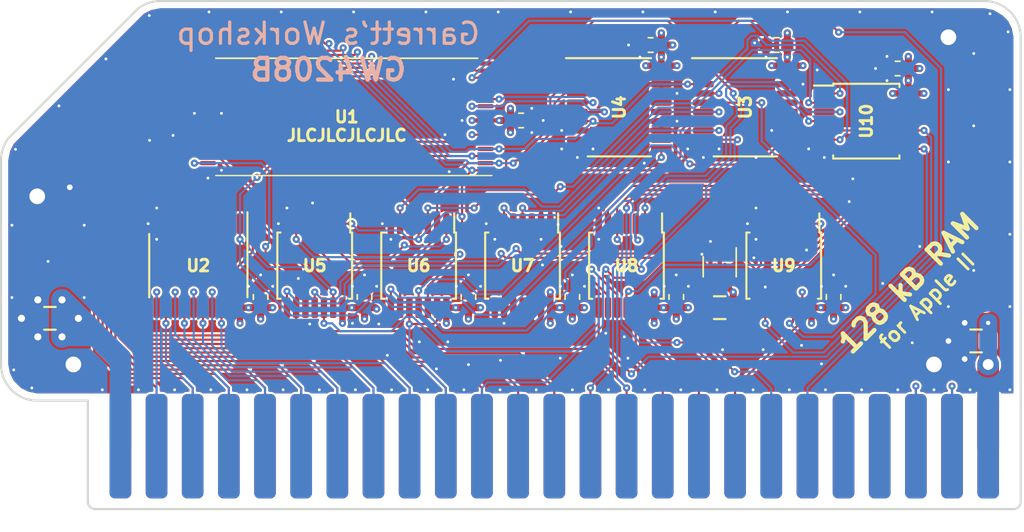
<source format=kicad_pcb>
(kicad_pcb (version 20171130) (host pcbnew "(5.1.5-0-10_14)")
  (layers (0 F.Cu signal) (1 In1.Cu power) (2 In2.Cu signal) (31 B.Cu power) (34 B.Paste user) (35 F.Paste user) (36 B.SilkS user) (37 F.SilkS user) (38 B.Mask user) (39 F.Mask user) (44 Edge.Cuts user))
  (net 0 "")
  (net 1 +5V)
  (net 2 GND)
  (net 3 /A4)
  (net 4 /D7)
  (net 5 /D6)
  (net 6 /A8)
  (net 7 /A7)
  (net 8 /A6)
  (net 9 /A5)
  (net 10 /A3)
  (net 11 /A2)
  (net 12 /A1)
  (net 13 /A0)
  (net 14 /A9)
  (net 15 /D1)
  (net 16 /D5)
  (net 17 /D0)
  (net 18 /D2)
  (net 19 /D3)
  (net 20 /D4)
  (net 21 /A10)
  (net 22 +12V)
  (net 23 -12V)
  (net 24 -5V)
  (net 25 /~IOSEL~)
  (net 26 /A11)
  (net 27 /A12)
  (net 28 /A13)
  (net 29 /A14)
  (net 30 /A15)
  (net 31 /~IOSTRB~)
  (net 32 /RDY)
  (net 33 /DMA)
  (net 34 /~NMI~)
  (net 35 /~IRQ~)
  (net 36 /~RES~)
  (net 37 /~INH~)
  (net 38 /COLORREF)
  (net 39 /7M)
  (net 40 /Q3)
  (net 41 /PHI1)
  (net 42 /USER1)
  (net 43 /PHI0)
  (net 44 /~DEVSEL~)
  (net 45 /INTin)
  (net 46 /DMAin)
  (net 47 /VIDSYNC)
  (net 48 /R~WE~)
  (net 49 /R~CS~)
  (net 50 /RA15)
  (net 51 /RA16)
  (net 52 /RA14)
  (net 53 /RA12)
  (net 54 /RD7)
  (net 55 /RD6)
  (net 56 /RD5)
  (net 57 /RD4)
  (net 58 /RD3)
  (net 59 /RD2)
  (net 60 /RD1)
  (net 61 /RD0)
  (net 62 /BankAB)
  (net 63 /ENWR1)
  (net 64 /ENRD)
  (net 65 /ENWR)
  (net 66 "Net-(U1-Pad9)")
  (net 67 /~DEV~andA2)
  (net 68 /ENWR1A0)
  (net 69 "Net-(U3-Pad12)")
  (net 70 /~DEV~and~A2~)
  (net 71 /~A0XOR1~)
  (net 72 "Net-(U5-Pad2)")
  (net 73 "Net-(U5-Pad4)")
  (net 74 "Net-(U5-Pad6)")
  (net 75 "Net-(U5-Pad8)")
  (net 76 /RCS)
  (net 77 "Net-(U5-Pad12)")
  (net 78 "Net-(U10-Pad1)")
  (net 79 "Net-(U10-Pad2)")
  (net 80 "Net-(U10-Pad4)")
  (net 81 "Net-(U10-Pad5)")
  (net 82 "Net-(U10-Pad10)")
  (net 83 "Net-(U8-Pad11)")
  (net 84 "Net-(U10-Pad9)")
  (net 85 "Net-(U9-Pad10)")
  (net 86 "Net-(U10-Pad8)")
  (net 87 /INHOE)
  (net 88 "Net-(U10-Pad11)")
  (net 89 "Net-(U3-Pad15)")
  (net 90 "Net-(U4-Pad15)")
  (net 91 "Net-(U3-Pad16)")
  (net 92 "Net-(U4-Pad16)")
  (net 93 "Net-(U4-Pad12)")
  (net 94 "Net-(U4-Pad9)")
  (net 95 "Net-(U3-Pad19)")
  (net 96 "Net-(U4-Pad19)")
  (net 97 "Net-(U7-Pad11)")
  (net 98 "Net-(U7-Pad8)")
  (net 99 "Net-(U7-Pad3)")
  (module stdpads:TSSOP-14_4.4x5mm_P0.65mm (layer F.Cu) (at 128.6 112.45 270)
    (fp_text reference U10)
    (fp_text value 74HCT32)
    (fp_text user %R (at 0 0 270) (layer F.SilkS) (effects (font (size 0.8128 0.8128) (thickness 0.2032))))
    (pad 14 smd roundrect (at -1.95 -2.95) (size 1.45 0.45) (layers F.Cu F.Paste F.Mask) (net 1 +5V))
    (pad 13 smd roundrect (at -1.3 -2.95) (size 1.45 0.45) (layers F.Cu F.Paste F.Mask) (net 27 /A12))
    (pad 12 smd roundrect (at -0.65 -2.95) (size 1.45 0.45) (layers F.Cu F.Paste F.Mask) (net 28 /A13))
    (pad 11 smd roundrect (at 0 -2.95) (size 1.45 0.45) (layers F.Cu F.Paste F.Mask) (net 88 "Net-(U10-Pad11)"))
    (pad 10 smd roundrect (at 0.65 -2.95) (size 1.45 0.45) (layers F.Cu F.Paste F.Mask) (net 82 "Net-(U10-Pad10)"))
    (pad 9 smd roundrect (at 1.3 -2.95) (size 1.45 0.45) (layers F.Cu F.Paste F.Mask) (net 84 "Net-(U10-Pad9)"))
    (pad 8 smd roundrect (at 1.95 -2.95) (size 1.45 0.45) (layers F.Cu F.Paste F.Mask) (net 86 "Net-(U10-Pad8)"))
    (pad 7 smd roundrect (at 1.95 2.95) (size 1.45 0.45) (layers F.Cu F.Paste F.Mask) (net 2 GND))
    (pad 6 smd roundrect (at 1.3 2.95) (size 1.45 0.45) (layers F.Cu F.Paste F.Mask) (net 53 /RA12))
    (pad 5 smd roundrect (at 0.65 2.95) (size 1.45 0.45) (layers F.Cu F.Paste F.Mask) (net 81 "Net-(U10-Pad5)"))
    (pad 4 smd roundrect (at 0 2.95) (size 1.45 0.45) (layers F.Cu F.Paste F.Mask) (net 80 "Net-(U10-Pad4)"))
    (pad 3 smd roundrect (at -0.65 2.95) (size 1.45 0.45) (layers F.Cu F.Paste F.Mask) (net 71 /~A0XOR1~))
    (pad 2 smd roundrect (at -1.3 2.95) (size 1.45 0.45) (layers F.Cu F.Paste F.Mask) (net 79 "Net-(U10-Pad2)"))
    (pad 1 smd roundrect (at -1.95 2.95) (size 1.45 0.45) (layers F.Cu F.Paste F.Mask) (net 78 "Net-(U10-Pad1)"))
  )
  (module stdpads:TSSOP-14_4.4x5mm_P0.65mm (layer F.Cu) (at 97.15 122.6 180)
    (fp_text reference U6)
    (fp_text value 74HCT08)
    (fp_text user %R (at 0 0 180) (layer F.SilkS) (effects (font (size 0.8128 0.8128) (thickness 0.2032))))
    (pad 1 smd roundrect (at -1.95 2.95 270) (size 1.45 0.45) (layers F.Cu F.Paste F.Mask) (net 72 "Net-(U5-Pad2)"))
    (pad 2 smd roundrect (at -1.3 2.95 270) (size 1.45 0.45) (layers F.Cu F.Paste F.Mask) (net 12 /A1))
    (pad 3 smd roundrect (at -0.65 2.95 270) (size 1.45 0.45) (layers F.Cu F.Paste F.Mask) (net 78 "Net-(U10-Pad1)"))
    (pad 4 smd roundrect (at 0 2.95 270) (size 1.45 0.45) (layers F.Cu F.Paste F.Mask) (net 13 /A0))
    (pad 5 smd roundrect (at 0.65 2.95 270) (size 1.45 0.45) (layers F.Cu F.Paste F.Mask) (net 73 "Net-(U5-Pad4)"))
    (pad 6 smd roundrect (at 1.3 2.95 270) (size 1.45 0.45) (layers F.Cu F.Paste F.Mask) (net 79 "Net-(U10-Pad2)"))
    (pad 7 smd roundrect (at 1.95 2.95 270) (size 1.45 0.45) (layers F.Cu F.Paste F.Mask) (net 2 GND))
    (pad 8 smd roundrect (at 1.95 -2.95 270) (size 1.45 0.45) (layers F.Cu F.Paste F.Mask) (net 67 /~DEV~andA2))
    (pad 9 smd roundrect (at 1.3 -2.95 270) (size 1.45 0.45) (layers F.Cu F.Paste F.Mask) (net 11 /A2))
    (pad 10 smd roundrect (at 0.65 -2.95 270) (size 1.45 0.45) (layers F.Cu F.Paste F.Mask) (net 44 /~DEVSEL~))
    (pad 11 smd roundrect (at 0 -2.95 270) (size 1.45 0.45) (layers F.Cu F.Paste F.Mask) (net 70 /~DEV~and~A2~))
    (pad 12 smd roundrect (at -0.65 -2.95 270) (size 1.45 0.45) (layers F.Cu F.Paste F.Mask) (net 74 "Net-(U5-Pad6)"))
    (pad 13 smd roundrect (at -1.3 -2.95 270) (size 1.45 0.45) (layers F.Cu F.Paste F.Mask) (net 44 /~DEVSEL~))
    (pad 14 smd roundrect (at -1.95 -2.95 270) (size 1.45 0.45) (layers F.Cu F.Paste F.Mask) (net 1 +5V))
  )
  (module stdpads:C_0603 (layer F.Cu) (at 107.95 124.8 90)
    (fp_text reference C7)
    (fp_text value 2u2)
    (pad 1 smd roundrect (at -0.75 0 90) (size 0.85 0.95) (layers F.Cu F.Paste F.Mask) (net 1 +5V))
    (pad 2 smd roundrect (at 0.75 0 90) (size 0.85 0.95) (layers F.Cu F.Paste F.Mask) (net 2 GND))
  )
  (module stdpads:TSOP-I-32_18.4x8mm_P0.5mm (layer F.Cu) (at 92.1 112.15 180)
    (fp_text reference U1)
    (fp_text value 621024)
    (fp_text user %R (at 0 0) (layer F.SilkS) (effects (font (size 0.8128 0.8128) (thickness 0.2032))))
    (pad 32 smd roundrect (at 9.75 -3.75 180) (size 1.1 0.3) (layers F.Cu F.Paste F.Mask) (net 2 GND))
    (pad 31 smd roundrect (at 9.75 -3.25 180) (size 1.1 0.3) (layers F.Cu F.Paste F.Mask) (net 28 /A13))
    (pad 30 smd roundrect (at 9.75 -2.75 180) (size 1.1 0.3) (layers F.Cu F.Paste F.Mask) (net 49 /R~CS~))
    (pad 29 smd roundrect (at 9.75 -2.25 180) (size 1.1 0.3) (layers F.Cu F.Paste F.Mask) (net 58 /RD3))
    (pad 28 smd roundrect (at 9.75 -1.75 180) (size 1.1 0.3) (layers F.Cu F.Paste F.Mask) (net 59 /RD2))
    (pad 27 smd roundrect (at 9.75 -1.25 180) (size 1.1 0.3) (layers F.Cu F.Paste F.Mask) (net 60 /RD1))
    (pad 26 smd roundrect (at 9.75 -0.75 180) (size 1.1 0.3) (layers F.Cu F.Paste F.Mask) (net 61 /RD0))
    (pad 25 smd roundrect (at 9.75 -0.25 180) (size 1.1 0.3) (layers F.Cu F.Paste F.Mask) (net 54 /RD7))
    (pad 24 smd roundrect (at 9.75 0.25 180) (size 1.1 0.3) (layers F.Cu F.Paste F.Mask) (net 2 GND))
    (pad 23 smd roundrect (at 9.75 0.75 180) (size 1.1 0.3) (layers F.Cu F.Paste F.Mask) (net 55 /RD6))
    (pad 22 smd roundrect (at 9.75 1.25 180) (size 1.1 0.3) (layers F.Cu F.Paste F.Mask) (net 56 /RD5))
    (pad 21 smd roundrect (at 9.75 1.75 180) (size 1.1 0.3) (layers F.Cu F.Paste F.Mask) (net 57 /RD4))
    (pad 20 smd roundrect (at 9.75 2.25 180) (size 1.1 0.3) (layers F.Cu F.Paste F.Mask) (net 26 /A11))
    (pad 19 smd roundrect (at 9.75 2.75 180) (size 1.1 0.3) (layers F.Cu F.Paste F.Mask) (net 21 /A10))
    (pad 18 smd roundrect (at 9.75 3.25 180) (size 1.1 0.3) (layers F.Cu F.Paste F.Mask) (net 14 /A9))
    (pad 16 smd roundrect (at -9.75 3.75 180) (size 1.1 0.3) (layers F.Cu F.Paste F.Mask) (net 3 /A4))
    (pad 15 smd roundrect (at -9.75 3.25 180) (size 1.1 0.3) (layers F.Cu F.Paste F.Mask) (net 9 /A5))
    (pad 14 smd roundrect (at -9.75 2.75 180) (size 1.1 0.3) (layers F.Cu F.Paste F.Mask) (net 53 /RA12))
    (pad 13 smd roundrect (at -9.75 2.25 180) (size 1.1 0.3) (layers F.Cu F.Paste F.Mask) (net 8 /A6))
    (pad 12 smd roundrect (at -9.75 1.75 180) (size 1.1 0.3) (layers F.Cu F.Paste F.Mask) (net 52 /RA14))
    (pad 11 smd roundrect (at -9.75 1.25 180) (size 1.1 0.3) (layers F.Cu F.Paste F.Mask) (net 50 /RA15))
    (pad 10 smd roundrect (at -9.75 0.75 180) (size 1.1 0.3) (layers F.Cu F.Paste F.Mask) (net 51 /RA16))
    (pad 9 smd roundrect (at -9.75 0.25 180) (size 1.1 0.3) (layers F.Cu F.Paste F.Mask) (net 66 "Net-(U1-Pad9)"))
    (pad 8 smd roundrect (at -9.75 -0.25 180) (size 1.1 0.3) (layers F.Cu F.Paste F.Mask) (net 1 +5V))
    (pad 7 smd roundrect (at -9.75 -0.75 180) (size 1.1 0.3) (layers F.Cu F.Paste F.Mask) (net 7 /A7))
    (pad 6 smd roundrect (at -9.75 -1.25 180) (size 1.1 0.3) (layers F.Cu F.Paste F.Mask) (net 1 +5V))
    (pad 5 smd roundrect (at -9.75 -1.75 180) (size 1.1 0.3) (layers F.Cu F.Paste F.Mask) (net 48 /R~WE~))
    (pad 4 smd roundrect (at -9.75 -2.25 180) (size 1.1 0.3) (layers F.Cu F.Paste F.Mask) (net 10 /A3))
    (pad 3 smd roundrect (at -9.75 -2.75 180) (size 1.1 0.3) (layers F.Cu F.Paste F.Mask) (net 11 /A2))
    (pad 2 smd roundrect (at -9.75 -3.25 180) (size 1.1 0.3) (layers F.Cu F.Paste F.Mask) (net 12 /A1))
    (pad 17 smd roundrect (at 9.75 3.75 180) (size 1.1 0.3) (layers F.Cu F.Paste F.Mask) (net 6 /A8))
    (pad 1 smd roundrect (at -9.75 -3.75 180) (size 1.1 0.3) (layers F.Cu F.Paste F.Mask) (net 13 /A0))
  )
  (module stdpads:C_0603 (layer F.Cu) (at 86.05 124.8 90)
    (fp_text reference C2)
    (fp_text value 2u2)
    (pad 2 smd roundrect (at 0.75 0 90) (size 0.85 0.95) (layers F.Cu F.Paste F.Mask) (net 2 GND))
    (pad 1 smd roundrect (at -0.75 0 90) (size 0.85 0.95) (layers F.Cu F.Paste F.Mask) (net 1 +5V))
  )
  (module stdpads:C_0603 (layer F.Cu) (at 126.3 124.8 90)
    (fp_text reference C9)
    (fp_text value 2u2)
    (pad 1 smd roundrect (at -0.75 0 90) (size 0.85 0.95) (layers F.Cu F.Paste F.Mask) (net 1 +5V))
    (pad 2 smd roundrect (at 0.75 0 90) (size 0.85 0.95) (layers F.Cu F.Paste F.Mask) (net 2 GND))
  )
  (module stdpads:C_0603 (layer F.Cu) (at 115.25 124.8 90)
    (fp_text reference C8)
    (fp_text value 2u2)
    (pad 2 smd roundrect (at 0.75 0 90) (size 0.85 0.95) (layers F.Cu F.Paste F.Mask) (net 2 GND))
    (pad 1 smd roundrect (at -0.75 0 90) (size 0.85 0.95) (layers F.Cu F.Paste F.Mask) (net 1 +5V))
  )
  (module stdpads:R_0805 (layer F.Cu) (at 118.3 125.55 180)
    (fp_text reference R1 hide)
    (fp_text value 3k3 hide)
    (pad 1 smd roundrect (at -0.95 0 180) (size 0.85 1.4) (layers F.Cu F.Paste F.Mask) (net 1 +5V))
    (pad 2 smd roundrect (at 0.95 0 180) (size 0.85 1.4) (layers F.Cu F.Paste F.Mask) (net 37 /~INH~))
  )
  (module stdpads:C_0603 (layer F.Cu) (at 93.35 124.8 90)
    (fp_text reference C5)
    (fp_text value 2u2)
    (pad 1 smd roundrect (at -0.75 0 90) (size 0.85 0.95) (layers F.Cu F.Paste F.Mask) (net 1 +5V))
    (pad 2 smd roundrect (at 0.75 0 90) (size 0.85 0.95) (layers F.Cu F.Paste F.Mask) (net 2 GND))
  )
  (module stdpads:AppleIIBus_Edge (layer F.Cu) (at 106.68 135.382)
    (fp_text reference J1 hide)
    (fp_text value AppleIIBus)
    (pad 26 smd roundrect (at 30.48 -0.1 180) (size 1.524 7.34) (layers B.Cu B.Mask) (net 2 GND))
    (pad 27 smd roundrect (at 27.94 -0.1 180) (size 1.524 7.34) (layers B.Cu B.Mask) (net 46 /DMAin))
    (pad 28 smd roundrect (at 25.4 -0.1 180) (size 1.524 7.34) (layers B.Cu B.Mask) (net 45 /INTin))
    (pad 50 smd roundrect (at -30.48 -0.1 180) (size 1.524 7.34) (layers B.Cu B.Mask) (net 22 +12V))
    (pad 49 smd roundrect (at -27.94 -0.1 180) (size 1.524 7.34) (layers B.Cu B.Mask) (net 17 /D0))
    (pad 48 smd roundrect (at -25.4 -0.1 180) (size 1.524 7.34) (layers B.Cu B.Mask) (net 15 /D1))
    (pad 47 smd roundrect (at -22.86 -0.1 180) (size 1.524 7.34) (layers B.Cu B.Mask) (net 18 /D2))
    (pad 46 smd roundrect (at -20.32 -0.1 180) (size 1.524 7.34) (layers B.Cu B.Mask) (net 19 /D3))
    (pad 45 smd roundrect (at -17.78 -0.1 180) (size 1.524 7.34) (layers B.Cu B.Mask) (net 20 /D4))
    (pad 44 smd roundrect (at -15.24 -0.1 180) (size 1.524 7.34) (layers B.Cu B.Mask) (net 16 /D5))
    (pad 43 smd roundrect (at -12.7 -0.1 180) (size 1.524 7.34) (layers B.Cu B.Mask) (net 5 /D6))
    (pad 42 smd roundrect (at -10.16 -0.1 180) (size 1.524 7.34) (layers B.Cu B.Mask) (net 4 /D7))
    (pad 41 smd roundrect (at -7.62 -0.1 180) (size 1.524 7.34) (layers B.Cu B.Mask) (net 44 /~DEVSEL~))
    (pad 40 smd roundrect (at -5.08 -0.1 180) (size 1.524 7.34) (layers B.Cu B.Mask) (net 43 /PHI0))
    (pad 39 smd roundrect (at -2.54 -0.1 180) (size 1.524 7.34) (layers B.Cu B.Mask) (net 42 /USER1))
    (pad 38 smd roundrect (at 0 -0.1 180) (size 1.524 7.34) (layers B.Cu B.Mask) (net 41 /PHI1))
    (pad 37 smd roundrect (at 2.54 -0.1 180) (size 1.524 7.34) (layers B.Cu B.Mask) (net 40 /Q3))
    (pad 36 smd roundrect (at 5.08 -0.1 180) (size 1.524 7.34) (layers B.Cu B.Mask) (net 39 /7M))
    (pad 35 smd roundrect (at 7.62 -0.1 180) (size 1.524 7.34) (layers B.Cu B.Mask) (net 38 /COLORREF))
    (pad 34 smd roundrect (at 10.16 -0.1 180) (size 1.524 7.34) (layers B.Cu B.Mask) (net 24 -5V))
    (pad 33 smd roundrect (at 12.7 -0.1 180) (size 1.524 7.34) (layers B.Cu B.Mask) (net 23 -12V))
    (pad 32 smd roundrect (at 15.24 -0.1 180) (size 1.524 7.34) (layers B.Cu B.Mask) (net 37 /~INH~))
    (pad 31 smd roundrect (at 17.78 -0.1 180) (size 1.524 7.34) (layers B.Cu B.Mask) (net 36 /~RES~))
    (pad 30 smd roundrect (at 20.32 -0.1 180) (size 1.524 7.34) (layers B.Cu B.Mask) (net 35 /~IRQ~))
    (pad 29 smd roundrect (at 22.86 -0.1 180) (size 1.524 7.34) (layers B.Cu B.Mask) (net 34 /~NMI~))
    (pad 25 smd roundrect (at 30.48 -0.1 180) (size 1.524 7.34) (layers F.Cu F.Mask) (net 1 +5V))
    (pad 24 smd roundrect (at 27.94 -0.1 180) (size 1.524 7.34) (layers F.Cu F.Mask) (net 46 /DMAin))
    (pad 23 smd roundrect (at 25.4 -0.1 180) (size 1.524 7.34) (layers F.Cu F.Mask) (net 45 /INTin))
    (pad 22 smd roundrect (at 22.86 -0.1 180) (size 1.524 7.34) (layers F.Cu F.Mask) (net 33 /DMA))
    (pad 21 smd roundrect (at 20.32 -0.1 180) (size 1.524 7.34) (layers F.Cu F.Mask) (net 32 /RDY))
    (pad 20 smd roundrect (at 17.78 -0.1 180) (size 1.524 7.34) (layers F.Cu F.Mask) (net 31 /~IOSTRB~))
    (pad 19 smd roundrect (at 15.24 -0.1 180) (size 1.524 7.34) (layers F.Cu F.Mask) (net 47 /VIDSYNC))
    (pad 18 smd roundrect (at 12.7 -0.1 180) (size 1.524 7.34) (layers F.Cu F.Mask) (net 48 /R~WE~))
    (pad 17 smd roundrect (at 10.16 -0.1 180) (size 1.524 7.34) (layers F.Cu F.Mask) (net 30 /A15))
    (pad 16 smd roundrect (at 7.62 -0.1 180) (size 1.524 7.34) (layers F.Cu F.Mask) (net 29 /A14))
    (pad 15 smd roundrect (at 5.08 -0.1 180) (size 1.524 7.34) (layers F.Cu F.Mask) (net 28 /A13))
    (pad 14 smd roundrect (at 2.54 -0.1 180) (size 1.524 7.34) (layers F.Cu F.Mask) (net 27 /A12))
    (pad 13 smd roundrect (at 0 -0.1 180) (size 1.524 7.34) (layers F.Cu F.Mask) (net 26 /A11))
    (pad 12 smd roundrect (at -2.54 -0.1 180) (size 1.524 7.34) (layers F.Cu F.Mask) (net 21 /A10))
    (pad 11 smd roundrect (at -5.08 -0.1 180) (size 1.524 7.34) (layers F.Cu F.Mask) (net 14 /A9))
    (pad 10 smd roundrect (at -7.62 -0.1 180) (size 1.524 7.34) (layers F.Cu F.Mask) (net 6 /A8))
    (pad 9 smd roundrect (at -10.16 -0.1 180) (size 1.524 7.34) (layers F.Cu F.Mask) (net 7 /A7))
    (pad 8 smd roundrect (at -12.7 -0.1 180) (size 1.524 7.34) (layers F.Cu F.Mask) (net 8 /A6))
    (pad 7 smd roundrect (at -15.24 -0.1 180) (size 1.524 7.34) (layers F.Cu F.Mask) (net 9 /A5))
    (pad 6 smd roundrect (at -17.78 -0.1 180) (size 1.524 7.34) (layers F.Cu F.Mask) (net 3 /A4))
    (pad 5 smd roundrect (at -20.32 -0.1 180) (size 1.524 7.34) (layers F.Cu F.Mask) (net 10 /A3))
    (pad 4 smd roundrect (at -22.86 -0.1 180) (size 1.524 7.34) (layers F.Cu F.Mask) (net 11 /A2))
    (pad 3 smd roundrect (at -25.4 -0.1 180) (size 1.524 7.34) (layers F.Cu F.Mask) (net 12 /A1))
    (pad 2 smd roundrect (at -27.94 -0.1 180) (size 1.524 7.34) (layers F.Cu F.Mask) (net 13 /A0))
    (pad 1 smd roundrect (at -30.48 -0.1 180) (size 1.524 7.34) (layers F.Cu F.Mask) (net 25 /~IOSEL~))
  )
  (module stdpads:Fiducial (layer F.Cu) (at 70.358 115.189 90)
    (fp_text reference FID2 hide)
    (fp_text value Fiducial hide)
    (pad ~ smd circle (at 0 0 90) (size 1 1) (layers F.Cu F.Mask) (clearance 0.575))
  )
  (module stdpads:Fiducial (layer F.Cu) (at 136.906 106.553 270)
    (fp_text reference FID3 hide)
    (fp_text value Fiducial hide)
    (pad ~ smd circle (at 0 0 270) (size 1 1) (layers F.Cu F.Mask) (clearance 0.575))
  )
  (module stdpads:Fiducial (layer F.Cu) (at 70.358 129.54)
    (fp_text reference FID1 hide)
    (fp_text value Fiducial hide)
    (pad ~ smd circle (at 0 0) (size 1 1) (layers F.Cu F.Mask) (clearance 0.575))
  )
  (module stdpads:Fiducial (layer F.Cu) (at 136.906 124.841)
    (fp_text reference FID4 hide)
    (fp_text value Fiducial hide)
    (pad ~ smd circle (at 0 0) (size 1 1) (layers F.Cu F.Mask) (clearance 0.575))
  )
  (module stdpads:PasteHole_1.1mm_PTH (layer F.Cu) (at 70.358 117.729 90)
    (fp_text reference H2 hide)
    (fp_text value " " hide)
    (pad 1 thru_hole circle (at 0 0 90) (size 2 2) (drill 1.1) (layers *.Cu *.Mask) (net 2 GND))
  )
  (module stdpads:PasteHole_1.1mm_PTH (layer F.Cu) (at 134.366 106.553 270)
    (fp_text reference H3 hide)
    (fp_text value " " hide)
    (pad 1 thru_hole circle (at 0 0 270) (size 2 2) (drill 1.1) (layers *.Cu *.Mask) (net 2 GND))
  )
  (module stdpads:PasteHole_1.1mm_PTH (layer F.Cu) (at 133.35 129.54)
    (fp_text reference H4 hide)
    (fp_text value " " hide)
    (pad 1 thru_hole circle (at 0 0) (size 2 2) (drill 1.1) (layers *.Cu *.Mask) (net 2 GND))
  )
  (module stdpads:PasteHole_1.1mm_PTH (layer F.Cu) (at 72.898 129.54)
    (fp_text reference H1 hide)
    (fp_text value " " hide)
    (pad 1 thru_hole circle (at 0 0) (size 2 2) (drill 1.1) (layers *.Cu *.Mask) (net 2 GND))
  )
  (module stdpads:C_0805 (layer F.Cu) (at 136.31 127.889 180)
    (fp_text reference C11 hide)
    (fp_text value 10u hide)
    (pad 1 smd roundrect (at -0.85 0 180) (size 1.05 1.4) (layers F.Cu F.Paste F.Mask) (net 1 +5V))
    (pad 2 smd roundrect (at 0.85 0 180) (size 1.05 1.4) (layers F.Cu F.Paste F.Mask) (net 2 GND))
  )
  (module stdpads:TSSOP-20_4.4x6.5mm_P0.65mm (layer F.Cu) (at 81.675 122.6 180)
    (fp_text reference U2)
    (fp_text value 74HCT245)
    (fp_text user %R (at 0 0) (layer F.SilkS) (effects (font (size 0.8128 0.8128) (thickness 0.2032))))
    (pad 1 smd roundrect (at -2.925 2.95 270) (size 1.45 0.45) (layers F.Cu F.Paste F.Mask) (net 48 /R~WE~))
    (pad 2 smd roundrect (at -2.275 2.95 270) (size 1.45 0.45) (layers F.Cu F.Paste F.Mask) (net 58 /RD3))
    (pad 3 smd roundrect (at -1.625 2.95 270) (size 1.45 0.45) (layers F.Cu F.Paste F.Mask) (net 59 /RD2))
    (pad 4 smd roundrect (at -0.975 2.95 270) (size 1.45 0.45) (layers F.Cu F.Paste F.Mask) (net 60 /RD1))
    (pad 5 smd roundrect (at -0.325 2.95 270) (size 1.45 0.45) (layers F.Cu F.Paste F.Mask) (net 61 /RD0))
    (pad 6 smd roundrect (at 0.325 2.95 270) (size 1.45 0.45) (layers F.Cu F.Paste F.Mask) (net 54 /RD7))
    (pad 7 smd roundrect (at 0.975 2.95 270) (size 1.45 0.45) (layers F.Cu F.Paste F.Mask) (net 55 /RD6))
    (pad 8 smd roundrect (at 1.625 2.95 270) (size 1.45 0.45) (layers F.Cu F.Paste F.Mask) (net 56 /RD5))
    (pad 9 smd roundrect (at 2.275 2.95 270) (size 1.45 0.45) (layers F.Cu F.Paste F.Mask) (net 57 /RD4))
    (pad 10 smd roundrect (at 2.925 2.95 270) (size 1.45 0.45) (layers F.Cu F.Paste F.Mask) (net 2 GND))
    (pad 11 smd roundrect (at 2.925 -2.95 270) (size 1.45 0.45) (layers F.Cu F.Paste F.Mask) (net 17 /D0))
    (pad 12 smd roundrect (at 2.275 -2.95 270) (size 1.45 0.45) (layers F.Cu F.Paste F.Mask) (net 15 /D1))
    (pad 13 smd roundrect (at 1.625 -2.95 270) (size 1.45 0.45) (layers F.Cu F.Paste F.Mask) (net 18 /D2))
    (pad 14 smd roundrect (at 0.975 -2.95 270) (size 1.45 0.45) (layers F.Cu F.Paste F.Mask) (net 19 /D3))
    (pad 15 smd roundrect (at 0.325 -2.95 270) (size 1.45 0.45) (layers F.Cu F.Paste F.Mask) (net 20 /D4))
    (pad 16 smd roundrect (at -0.325 -2.95 270) (size 1.45 0.45) (layers F.Cu F.Paste F.Mask) (net 16 /D5))
    (pad 17 smd roundrect (at -0.975 -2.95 270) (size 1.45 0.45) (layers F.Cu F.Paste F.Mask) (net 5 /D6))
    (pad 18 smd roundrect (at -1.625 -2.95 270) (size 1.45 0.45) (layers F.Cu F.Paste F.Mask) (net 4 /D7))
    (pad 19 smd roundrect (at -2.275 -2.95 270) (size 1.45 0.45) (layers F.Cu F.Paste F.Mask) (net 49 /R~CS~))
    (pad 20 smd roundrect (at -2.925 -2.95 270) (size 1.45 0.45) (layers F.Cu F.Paste F.Mask) (net 1 +5V))
  )
  (module stdpads:TSSOP-14_4.4x5mm_P0.65mm (layer F.Cu) (at 122.8 122.6 180)
    (fp_text reference U9)
    (fp_text value 74HCT08)
    (fp_text user %R (at 0 0 180) (layer F.SilkS) (effects (font (size 0.8128 0.8128) (thickness 0.2032))))
    (pad 1 smd roundrect (at -1.95 2.95 270) (size 1.45 0.45) (layers F.Cu F.Paste F.Mask) (net 83 "Net-(U8-Pad11)"))
    (pad 2 smd roundrect (at -1.3 2.95 270) (size 1.45 0.45) (layers F.Cu F.Paste F.Mask) (net 88 "Net-(U10-Pad11)"))
    (pad 3 smd roundrect (at -0.65 2.95 270) (size 1.45 0.45) (layers F.Cu F.Paste F.Mask) (net 85 "Net-(U9-Pad10)"))
    (pad 4 smd roundrect (at 0 2.95 270) (size 1.45 0.45) (layers F.Cu F.Paste F.Mask) (net 87 /INHOE))
    (pad 5 smd roundrect (at 0.65 2.95 270) (size 1.45 0.45) (layers F.Cu F.Paste F.Mask) (net 43 /PHI0))
    (pad 6 smd roundrect (at 1.3 2.95 270) (size 1.45 0.45) (layers F.Cu F.Paste F.Mask) (net 76 /RCS))
    (pad 7 smd roundrect (at 1.95 2.95 270) (size 1.45 0.45) (layers F.Cu F.Paste F.Mask) (net 2 GND))
    (pad 8 smd roundrect (at 1.95 -2.95 270) (size 1.45 0.45) (layers F.Cu F.Paste F.Mask) (net 87 /INHOE))
    (pad 9 smd roundrect (at 1.3 -2.95 270) (size 1.45 0.45) (layers F.Cu F.Paste F.Mask) (net 86 "Net-(U10-Pad8)"))
    (pad 10 smd roundrect (at 0.65 -2.95 270) (size 1.45 0.45) (layers F.Cu F.Paste F.Mask) (net 85 "Net-(U9-Pad10)"))
    (pad 11 smd roundrect (at 0 -2.95 270) (size 1.45 0.45) (layers F.Cu F.Paste F.Mask) (net 84 "Net-(U10-Pad9)"))
    (pad 12 smd roundrect (at -0.65 -2.95 270) (size 1.45 0.45) (layers F.Cu F.Paste F.Mask) (net 64 /ENRD))
    (pad 13 smd roundrect (at -1.3 -2.95 270) (size 1.45 0.45) (layers F.Cu F.Paste F.Mask) (net 48 /R~WE~))
    (pad 14 smd roundrect (at -1.95 -2.95 270) (size 1.45 0.45) (layers F.Cu F.Paste F.Mask) (net 1 +5V))
  )
  (module stdpads:TSSOP-14_4.4x5mm_P0.65mm (layer F.Cu) (at 111.75 122.6 180)
    (fp_text reference U8)
    (fp_text value 74HCT08)
    (fp_text user %R (at 0 0 180) (layer F.SilkS) (effects (font (size 0.8128 0.8128) (thickness 0.2032))))
    (pad 1 smd roundrect (at -1.95 2.95 270) (size 1.45 0.45) (layers F.Cu F.Paste F.Mask) (net 75 "Net-(U5-Pad8)"))
    (pad 2 smd roundrect (at -1.3 2.95 270) (size 1.45 0.45) (layers F.Cu F.Paste F.Mask) (net 62 /BankAB))
    (pad 3 smd roundrect (at -0.65 2.95 270) (size 1.45 0.45) (layers F.Cu F.Paste F.Mask) (net 80 "Net-(U10-Pad4)"))
    (pad 4 smd roundrect (at 0 2.95 270) (size 1.45 0.45) (layers F.Cu F.Paste F.Mask) (net 28 /A13))
    (pad 5 smd roundrect (at 0.65 2.95 270) (size 1.45 0.45) (layers F.Cu F.Paste F.Mask) (net 27 /A12))
    (pad 6 smd roundrect (at 1.3 2.95 270) (size 1.45 0.45) (layers F.Cu F.Paste F.Mask) (net 81 "Net-(U10-Pad5)"))
    (pad 7 smd roundrect (at 1.95 2.95 270) (size 1.45 0.45) (layers F.Cu F.Paste F.Mask) (net 2 GND))
    (pad 8 smd roundrect (at 1.95 -2.95 270) (size 1.45 0.45) (layers F.Cu F.Paste F.Mask) (net 82 "Net-(U10-Pad10)"))
    (pad 9 smd roundrect (at 1.3 -2.95 270) (size 1.45 0.45) (layers F.Cu F.Paste F.Mask) (net 65 /ENWR))
    (pad 10 smd roundrect (at 0.65 -2.95 270) (size 1.45 0.45) (layers F.Cu F.Paste F.Mask) (net 77 "Net-(U5-Pad12)"))
    (pad 11 smd roundrect (at 0 -2.95 270) (size 1.45 0.45) (layers F.Cu F.Paste F.Mask) (net 83 "Net-(U8-Pad11)"))
    (pad 12 smd roundrect (at -0.65 -2.95 270) (size 1.45 0.45) (layers F.Cu F.Paste F.Mask) (net 29 /A14))
    (pad 13 smd roundrect (at -1.3 -2.95 270) (size 1.45 0.45) (layers F.Cu F.Paste F.Mask) (net 30 /A15))
    (pad 14 smd roundrect (at -1.95 -2.95 270) (size 1.45 0.45) (layers F.Cu F.Paste F.Mask) (net 1 +5V))
  )
  (module stdpads:TSSOP-14_4.4x5mm_P0.65mm (layer F.Cu) (at 104.45 122.6 180)
    (fp_text reference U7)
    (fp_text value 74HCT08)
    (fp_text user %R (at 0 0 180) (layer F.SilkS) (effects (font (size 0.8128 0.8128) (thickness 0.2032))))
    (pad 14 smd roundrect (at -1.95 -2.95 270) (size 1.45 0.45) (layers F.Cu F.Paste F.Mask) (net 1 +5V))
    (pad 13 smd roundrect (at -1.3 -2.95 270) (size 1.45 0.45) (layers F.Cu F.Paste F.Mask) (net 2 GND))
    (pad 12 smd roundrect (at -0.65 -2.95 270) (size 1.45 0.45) (layers F.Cu F.Paste F.Mask) (net 2 GND))
    (pad 11 smd roundrect (at 0 -2.95 270) (size 1.45 0.45) (layers F.Cu F.Paste F.Mask) (net 97 "Net-(U7-Pad11)"))
    (pad 10 smd roundrect (at 0.65 -2.95 270) (size 1.45 0.45) (layers F.Cu F.Paste F.Mask) (net 2 GND))
    (pad 9 smd roundrect (at 1.3 -2.95 270) (size 1.45 0.45) (layers F.Cu F.Paste F.Mask) (net 2 GND))
    (pad 8 smd roundrect (at 1.95 -2.95 270) (size 1.45 0.45) (layers F.Cu F.Paste F.Mask) (net 98 "Net-(U7-Pad8)"))
    (pad 7 smd roundrect (at 1.95 2.95 270) (size 1.45 0.45) (layers F.Cu F.Paste F.Mask) (net 2 GND))
    (pad 6 smd roundrect (at 1.3 2.95 270) (size 1.45 0.45) (layers F.Cu F.Paste F.Mask) (net 68 /ENWR1A0))
    (pad 5 smd roundrect (at 0.65 2.95 270) (size 1.45 0.45) (layers F.Cu F.Paste F.Mask) (net 13 /A0))
    (pad 4 smd roundrect (at 0 2.95 270) (size 1.45 0.45) (layers F.Cu F.Paste F.Mask) (net 63 /ENWR1))
    (pad 3 smd roundrect (at -0.65 2.95 270) (size 1.45 0.45) (layers F.Cu F.Paste F.Mask) (net 99 "Net-(U7-Pad3)"))
    (pad 2 smd roundrect (at -1.3 2.95 270) (size 1.45 0.45) (layers F.Cu F.Paste F.Mask) (net 2 GND))
    (pad 1 smd roundrect (at -1.95 2.95 270) (size 1.45 0.45) (layers F.Cu F.Paste F.Mask) (net 2 GND))
  )
  (module stdpads:TSSOP-14_4.4x5mm_P0.65mm (layer F.Cu) (at 89.85 122.6 180)
    (fp_text reference U5)
    (fp_text value 74HCT04)
    (fp_text user %R (at 0 0 180) (layer F.SilkS) (effects (font (size 0.8128 0.8128) (thickness 0.2032))))
    (pad 14 smd roundrect (at -1.95 -2.95 270) (size 1.45 0.45) (layers F.Cu F.Paste F.Mask) (net 1 +5V))
    (pad 13 smd roundrect (at -1.3 -2.95 270) (size 1.45 0.45) (layers F.Cu F.Paste F.Mask) (net 48 /R~WE~))
    (pad 12 smd roundrect (at -0.65 -2.95 270) (size 1.45 0.45) (layers F.Cu F.Paste F.Mask) (net 77 "Net-(U5-Pad12)"))
    (pad 11 smd roundrect (at 0 -2.95 270) (size 1.45 0.45) (layers F.Cu F.Paste F.Mask) (net 76 /RCS))
    (pad 10 smd roundrect (at 0.65 -2.95 270) (size 1.45 0.45) (layers F.Cu F.Paste F.Mask) (net 49 /R~CS~))
    (pad 9 smd roundrect (at 1.3 -2.95 270) (size 1.45 0.45) (layers F.Cu F.Paste F.Mask) (net 28 /A13))
    (pad 8 smd roundrect (at 1.95 -2.95 270) (size 1.45 0.45) (layers F.Cu F.Paste F.Mask) (net 75 "Net-(U5-Pad8)"))
    (pad 7 smd roundrect (at 1.95 2.95 270) (size 1.45 0.45) (layers F.Cu F.Paste F.Mask) (net 2 GND))
    (pad 6 smd roundrect (at 1.3 2.95 270) (size 1.45 0.45) (layers F.Cu F.Paste F.Mask) (net 74 "Net-(U5-Pad6)"))
    (pad 5 smd roundrect (at 0.65 2.95 270) (size 1.45 0.45) (layers F.Cu F.Paste F.Mask) (net 11 /A2))
    (pad 4 smd roundrect (at 0 2.95 270) (size 1.45 0.45) (layers F.Cu F.Paste F.Mask) (net 73 "Net-(U5-Pad4)"))
    (pad 3 smd roundrect (at -0.65 2.95 270) (size 1.45 0.45) (layers F.Cu F.Paste F.Mask) (net 12 /A1))
    (pad 2 smd roundrect (at -1.3 2.95 270) (size 1.45 0.45) (layers F.Cu F.Paste F.Mask) (net 72 "Net-(U5-Pad2)"))
    (pad 1 smd roundrect (at -1.95 2.95 270) (size 1.45 0.45) (layers F.Cu F.Paste F.Mask) (net 13 /A0))
  )
  (module stdpads:SOT-353 (layer F.Cu) (at 118.3 122.65 270)
    (fp_text reference U11)
    (fp_text value 74AHC1G126GW)
    (pad 3 smd roundrect (at -0.85 0.65 270) (size 1 0.4) (layers F.Cu F.Paste F.Mask) (net 2 GND))
    (pad 1 smd roundrect (at -0.85 -0.65 270) (size 1 0.4) (layers F.Cu F.Paste F.Mask) (net 87 /INHOE))
    (pad 2 smd roundrect (at -0.85 0 270) (size 1 0.4) (layers F.Cu F.Paste F.Mask) (net 2 GND))
    (pad 4 smd roundrect (at 0.85 0.65 270) (size 1 0.4) (layers F.Cu F.Paste F.Mask) (net 37 /~INH~))
    (pad 5 smd roundrect (at 0.85 -0.65 270) (size 1 0.4) (layers F.Cu F.Paste F.Mask) (net 1 +5V))
  )
  (module stdpads:C_0603 (layer F.Cu) (at 100.65 124.8 90)
    (fp_text reference C6)
    (fp_text value 2u2)
    (pad 2 smd roundrect (at 0.75 0 90) (size 0.85 0.95) (layers F.Cu F.Paste F.Mask) (net 2 GND))
    (pad 1 smd roundrect (at -0.75 0 90) (size 0.85 0.95) (layers F.Cu F.Paste F.Mask) (net 1 +5V))
  )
  (module stdpads:C_0603 (layer F.Cu) (at 130.8 108.75 180)
    (fp_text reference C10)
    (fp_text value 2u2)
    (pad 2 smd roundrect (at 0.75 0 180) (size 0.85 0.95) (layers F.Cu F.Paste F.Mask) (net 2 GND))
    (pad 1 smd roundrect (at -0.75 0 180) (size 0.85 0.95) (layers F.Cu F.Paste F.Mask) (net 1 +5V))
  )
  (module stdpads:C_0603 (layer F.Cu) (at 104.35 112.4)
    (fp_text reference C1)
    (fp_text value 10u)
    (pad 1 smd roundrect (at -0.75 0) (size 0.85 0.95) (layers F.Cu F.Paste F.Mask) (net 1 +5V))
    (pad 2 smd roundrect (at 0.75 0) (size 0.85 0.95) (layers F.Cu F.Paste F.Mask) (net 2 GND))
  )
  (module stdpads:C_0603 (layer F.Cu) (at 113.45 107.1 180)
    (fp_text reference C4)
    (fp_text value 2u2)
    (pad 2 smd roundrect (at 0.75 0 180) (size 0.85 0.95) (layers F.Cu F.Paste F.Mask) (net 2 GND))
    (pad 1 smd roundrect (at -0.75 0 180) (size 0.85 0.95) (layers F.Cu F.Paste F.Mask) (net 1 +5V))
  )
  (module stdpads:C_0805 (layer F.Cu) (at 71.25 126.3 180)
    (fp_text reference C12)
    (fp_text value 10u)
    (pad 1 smd roundrect (at -0.85 0 180) (size 1.05 1.4) (layers F.Cu F.Paste F.Mask) (net 22 +12V))
    (pad 2 smd roundrect (at 0.85 0 180) (size 1.05 1.4) (layers F.Cu F.Paste F.Mask) (net 2 GND))
  )
  (module stdpads:C_0603 (layer F.Cu) (at 122.3 107.1 180)
    (fp_text reference C3)
    (fp_text value 2u2)
    (pad 2 smd roundrect (at 0.75 0 180) (size 0.85 0.95) (layers F.Cu F.Paste F.Mask) (net 2 GND))
    (pad 1 smd roundrect (at -0.75 0 180) (size 0.85 0.95) (layers F.Cu F.Paste F.Mask) (net 1 +5V))
  )
  (module stdpads:TSSOP-20_4.4x6.5mm_P0.65mm (layer F.Cu) (at 120.1 111.475 270)
    (fp_text reference U3)
    (fp_text value 74HCT273)
    (fp_text user %R (at 0 0 90) (layer F.SilkS) (effects (font (size 0.8128 0.8128) (thickness 0.2032))))
    (pad 20 smd roundrect (at -2.925 -2.95) (size 1.45 0.45) (layers F.Cu F.Paste F.Mask) (net 1 +5V))
    (pad 19 smd roundrect (at -2.275 -2.95) (size 1.45 0.45) (layers F.Cu F.Paste F.Mask) (net 95 "Net-(U3-Pad19)"))
    (pad 18 smd roundrect (at -1.625 -2.95) (size 1.45 0.45) (layers F.Cu F.Paste F.Mask) (net 2 GND))
    (pad 17 smd roundrect (at -0.975 -2.95) (size 1.45 0.45) (layers F.Cu F.Paste F.Mask) (net 2 GND))
    (pad 16 smd roundrect (at -0.325 -2.95) (size 1.45 0.45) (layers F.Cu F.Paste F.Mask) (net 91 "Net-(U3-Pad16)"))
    (pad 15 smd roundrect (at 0.325 -2.95) (size 1.45 0.45) (layers F.Cu F.Paste F.Mask) (net 89 "Net-(U3-Pad15)"))
    (pad 14 smd roundrect (at 0.975 -2.95) (size 1.45 0.45) (layers F.Cu F.Paste F.Mask) (net 2 GND))
    (pad 13 smd roundrect (at 1.625 -2.95) (size 1.45 0.45) (layers F.Cu F.Paste F.Mask) (net 2 GND))
    (pad 12 smd roundrect (at 2.275 -2.95) (size 1.45 0.45) (layers F.Cu F.Paste F.Mask) (net 69 "Net-(U3-Pad12)"))
    (pad 11 smd roundrect (at 2.925 -2.95) (size 1.45 0.45) (layers F.Cu F.Paste F.Mask) (net 70 /~DEV~and~A2~))
    (pad 10 smd roundrect (at 2.925 2.95) (size 1.45 0.45) (layers F.Cu F.Paste F.Mask) (net 2 GND))
    (pad 9 smd roundrect (at 2.275 2.95) (size 1.45 0.45) (layers F.Cu F.Paste F.Mask) (net 65 /ENWR))
    (pad 8 smd roundrect (at 1.625 2.95) (size 1.45 0.45) (layers F.Cu F.Paste F.Mask) (net 68 /ENWR1A0))
    (pad 7 smd roundrect (at 0.975 2.95) (size 1.45 0.45) (layers F.Cu F.Paste F.Mask) (net 13 /A0))
    (pad 6 smd roundrect (at 0.325 2.95) (size 1.45 0.45) (layers F.Cu F.Paste F.Mask) (net 63 /ENWR1))
    (pad 5 smd roundrect (at -0.325 2.95) (size 1.45 0.45) (layers F.Cu F.Paste F.Mask) (net 64 /ENRD))
    (pad 4 smd roundrect (at -0.975 2.95) (size 1.45 0.45) (layers F.Cu F.Paste F.Mask) (net 71 /~A0XOR1~))
    (pad 3 smd roundrect (at -1.625 2.95) (size 1.45 0.45) (layers F.Cu F.Paste F.Mask) (net 10 /A3))
    (pad 2 smd roundrect (at -2.275 2.95) (size 1.45 0.45) (layers F.Cu F.Paste F.Mask) (net 62 /BankAB))
    (pad 1 smd roundrect (at -2.925 2.95) (size 1.45 0.45) (layers F.Cu F.Paste F.Mask) (net 36 /~RES~))
  )
  (module stdpads:TSSOP-20_4.4x6.5mm_P0.65mm (layer F.Cu) (at 111.25 111.475 270)
    (fp_text reference U4)
    (fp_text value 74HCT273)
    (fp_text user %R (at 0 0 90) (layer F.SilkS) (effects (font (size 0.8128 0.8128) (thickness 0.2032))))
    (pad 1 smd roundrect (at -2.925 2.95) (size 1.45 0.45) (layers F.Cu F.Paste F.Mask) (net 36 /~RES~))
    (pad 2 smd roundrect (at -2.275 2.95) (size 1.45 0.45) (layers F.Cu F.Paste F.Mask) (net 52 /RA14))
    (pad 3 smd roundrect (at -1.625 2.95) (size 1.45 0.45) (layers F.Cu F.Paste F.Mask) (net 13 /A0))
    (pad 4 smd roundrect (at -0.975 2.95) (size 1.45 0.45) (layers F.Cu F.Paste F.Mask) (net 12 /A1))
    (pad 5 smd roundrect (at -0.325 2.95) (size 1.45 0.45) (layers F.Cu F.Paste F.Mask) (net 50 /RA15))
    (pad 6 smd roundrect (at 0.325 2.95) (size 1.45 0.45) (layers F.Cu F.Paste F.Mask) (net 51 /RA16))
    (pad 7 smd roundrect (at 0.975 2.95) (size 1.45 0.45) (layers F.Cu F.Paste F.Mask) (net 10 /A3))
    (pad 8 smd roundrect (at 1.625 2.95) (size 1.45 0.45) (layers F.Cu F.Paste F.Mask) (net 2 GND))
    (pad 9 smd roundrect (at 2.275 2.95) (size 1.45 0.45) (layers F.Cu F.Paste F.Mask) (net 94 "Net-(U4-Pad9)"))
    (pad 10 smd roundrect (at 2.925 2.95) (size 1.45 0.45) (layers F.Cu F.Paste F.Mask) (net 2 GND))
    (pad 11 smd roundrect (at 2.925 -2.95) (size 1.45 0.45) (layers F.Cu F.Paste F.Mask) (net 67 /~DEV~andA2))
    (pad 12 smd roundrect (at 2.275 -2.95) (size 1.45 0.45) (layers F.Cu F.Paste F.Mask) (net 93 "Net-(U4-Pad12)"))
    (pad 13 smd roundrect (at 1.625 -2.95) (size 1.45 0.45) (layers F.Cu F.Paste F.Mask) (net 2 GND))
    (pad 14 smd roundrect (at 0.975 -2.95) (size 1.45 0.45) (layers F.Cu F.Paste F.Mask) (net 2 GND))
    (pad 15 smd roundrect (at 0.325 -2.95) (size 1.45 0.45) (layers F.Cu F.Paste F.Mask) (net 90 "Net-(U4-Pad15)"))
    (pad 16 smd roundrect (at -0.325 -2.95) (size 1.45 0.45) (layers F.Cu F.Paste F.Mask) (net 92 "Net-(U4-Pad16)"))
    (pad 17 smd roundrect (at -0.975 -2.95) (size 1.45 0.45) (layers F.Cu F.Paste F.Mask) (net 2 GND))
    (pad 18 smd roundrect (at -1.625 -2.95) (size 1.45 0.45) (layers F.Cu F.Paste F.Mask) (net 2 GND))
    (pad 19 smd roundrect (at -2.275 -2.95) (size 1.45 0.45) (layers F.Cu F.Paste F.Mask) (net 96 "Net-(U4-Pad19)"))
    (pad 20 smd roundrect (at -2.925 -2.95) (size 1.45 0.45) (layers F.Cu F.Paste F.Mask) (net 1 +5V))
  )
  (gr_text "128 kB RAM" (at 131.572 123.825 45) (layer F.SilkS) (effects (font (size 1.4 1.4) (thickness 0.3))))
  (gr_text "for Apple II" (at 132.842 125.095 45) (layer F.SilkS) (effects (font (size 1.016 1.016) (thickness 0.2))))
  (gr_text JLCJLCJLCJLC (at 92.1 113.45) (layer F.SilkS) (effects (font (size 0.8128 0.8128) (thickness 0.2032))))
  (gr_text "Garrett’s Workshop" (at 90.805 106.299) (layer B.SilkS) (effects (font (size 1.5 1.5) (thickness 0.225)) (justify mirror)))
  (gr_line (start 139.446 106.553) (end 139.446 132.08) (layer Edge.Cuts) (width 0.15))
  (gr_line (start 68.326001 113.664999) (end 77.47 104.521) (layer Edge.Cuts) (width 0.15))
  (gr_line (start 67.818 115.189) (end 67.818 129.54) (layer Edge.Cuts) (width 0.15))
  (gr_arc (start 78.994 106.553) (end 78.994 104.013) (angle -36.86989765) (layer Edge.Cuts) (width 0.15))
  (gr_line (start 78.994 104.013) (end 136.906 104.013) (layer Edge.Cuts) (width 0.15))
  (gr_line (start 70.358 132.08) (end 73.914 132.08) (layer Edge.Cuts) (width 0.15))
  (gr_arc (start 70.358 115.189) (end 67.818 115.189) (angle 36.86992923) (layer Edge.Cuts) (width 0.15))
  (gr_arc (start 136.906 106.553) (end 139.446 106.553) (angle -90) (layer Edge.Cuts) (width 0.15))
  (gr_text GW (at 94.615 108.839) (layer B.SilkS) (effects (font (size 1.524 1.524) (thickness 0.3)) (justify mirror)))
  (gr_line (start 139.446 132.08) (end 139.446 139.192) (layer Edge.Cuts) (width 0.15))
  (gr_arc (start 70.358 129.54) (end 67.818 129.54) (angle -90) (layer Edge.Cuts) (width 0.15))
  (gr_text 4208B (at 89.027 108.839) (layer B.SilkS) (effects (font (size 1.524 1.524) (thickness 0.3)) (justify mirror)))
  (gr_line (start 73.914 132.08) (end 73.914 139.192) (layer Edge.Cuts) (width 0.15))
  (gr_arc (start 138.938 139.192) (end 138.938 139.7) (angle -90) (layer Edge.Cuts) (width 0.15))
  (gr_arc (start 74.422 139.192) (end 73.914 139.192) (angle -90) (layer Edge.Cuts) (width 0.15))
  (gr_line (start 138.938 139.7) (end 74.422 139.7) (layer Edge.Cuts) (width 0.15))
  (via (at 137.16 129.54) (size 1.524) (drill 0.762) (layers F.Cu B.Cu) (net 1))
  (segment (start 137.16 135.382) (end 137.16 129.54) (width 1.524) (layer F.Cu) (net 1))
  (via (at 137.16 126.619) (size 0.6) (drill 0.3) (layers F.Cu B.Cu) (net 1))
  (segment (start 137.16 127.889) (end 137.16 126.619) (width 0.762) (layer F.Cu) (net 1))
  (segment (start 137.16 127.889) (end 137.16 129.54) (width 0.762) (layer F.Cu) (net 1))
  (segment (start 137.16 129.54) (end 137.16 126.619) (width 1.27) (layer B.Cu) (net 1))
  (via (at 84.6 126.65) (size 0.5) (drill 0.2) (layers F.Cu B.Cu) (net 1))
  (segment (start 84.6 125.55) (end 84.6 126.65) (width 0.45) (layer F.Cu) (net 1))
  (via (at 85.2 125.55) (size 0.5) (drill 0.2) (layers F.Cu B.Cu) (net 1))
  (segment (start 84.6 125.55) (end 85.2 125.55) (width 0.45) (layer F.Cu) (net 1))
  (segment (start 85.2 125.55) (end 86.05 125.55) (width 0.5) (layer F.Cu) (net 1))
  (via (at 86.05 126.35) (size 0.5) (drill 0.2) (layers F.Cu B.Cu) (net 1))
  (segment (start 86.05 125.55) (end 86.05 126.35) (width 0.5) (layer F.Cu) (net 1))
  (via (at 86.9 125.55) (size 0.5) (drill 0.2) (layers F.Cu B.Cu) (net 1))
  (segment (start 86.05 125.55) (end 86.9 125.55) (width 0.5) (layer F.Cu) (net 1))
  (segment (start 91.8 125.55) (end 92.45 125.55) (width 0.45) (layer F.Cu) (net 1))
  (via (at 92.45 125.55) (size 0.5) (drill 0.2) (layers F.Cu B.Cu) (net 1))
  (segment (start 92.45 125.55) (end 93.35 125.55) (width 0.5) (layer F.Cu) (net 1))
  (via (at 93.35 126.35) (size 0.5) (drill 0.2) (layers F.Cu B.Cu) (net 1))
  (segment (start 93.35 125.55) (end 93.35 126.35) (width 0.5) (layer F.Cu) (net 1))
  (segment (start 99.1 125.55) (end 99.1 126.65) (width 0.45) (layer F.Cu) (net 1))
  (via (at 99.1 126.65) (size 0.5) (drill 0.2) (layers F.Cu B.Cu) (net 1))
  (via (at 101.5 125.55) (size 0.5) (drill 0.2) (layers F.Cu B.Cu) (net 1))
  (segment (start 100.65 125.55) (end 100.65 126.35) (width 0.5) (layer F.Cu) (net 1))
  (segment (start 99.75 125.55) (end 100.65 125.55) (width 0.5) (layer F.Cu) (net 1))
  (segment (start 100.65 125.55) (end 101.5 125.55) (width 0.5) (layer F.Cu) (net 1))
  (via (at 100.65 126.35) (size 0.5) (drill 0.2) (layers F.Cu B.Cu) (net 1))
  (via (at 99.75 125.55) (size 0.5) (drill 0.2) (layers F.Cu B.Cu) (net 1))
  (segment (start 99.1 125.55) (end 99.75 125.55) (width 0.45) (layer F.Cu) (net 1))
  (segment (start 106.4 125.55) (end 106.4 124.45) (width 0.45) (layer F.Cu) (net 1))
  (segment (start 107.05 125.55) (end 107.95 125.55) (width 0.5) (layer F.Cu) (net 1))
  (via (at 107.05 125.55) (size 0.5) (drill 0.2) (layers F.Cu B.Cu) (net 1))
  (via (at 108.8 125.55) (size 0.5) (drill 0.2) (layers F.Cu B.Cu) (net 1))
  (segment (start 106.4 125.55) (end 106.4 126.65) (width 0.45) (layer F.Cu) (net 1))
  (segment (start 106.4 125.55) (end 107.05 125.55) (width 0.45) (layer F.Cu) (net 1))
  (via (at 106.4 126.65) (size 0.5) (drill 0.2) (layers F.Cu B.Cu) (net 1))
  (segment (start 107.95 125.55) (end 108.8 125.55) (width 0.5) (layer F.Cu) (net 1))
  (via (at 106.4 124.45) (size 0.5) (drill 0.2) (layers F.Cu B.Cu) (net 1))
  (via (at 107.95 126.35) (size 0.5) (drill 0.2) (layers F.Cu B.Cu) (net 1))
  (segment (start 107.95 125.55) (end 107.95 126.35) (width 0.5) (layer F.Cu) (net 1))
  (via (at 113.7 126.65) (size 0.5) (drill 0.2) (layers F.Cu B.Cu) (net 1))
  (segment (start 115.25 125.55) (end 116.1 125.55) (width 0.5) (layer F.Cu) (net 1))
  (via (at 116.1 125.55) (size 0.5) (drill 0.2) (layers F.Cu B.Cu) (net 1))
  (segment (start 113.7 125.55) (end 113.7 126.65) (width 0.45) (layer F.Cu) (net 1))
  (via (at 115.25 126.35) (size 0.5) (drill 0.2) (layers F.Cu B.Cu) (net 1))
  (segment (start 113.7 125.55) (end 114.35 125.55) (width 0.45) (layer F.Cu) (net 1))
  (via (at 114.35 125.55) (size 0.5) (drill 0.2) (layers F.Cu B.Cu) (net 1))
  (via (at 113.7 124.45) (size 0.5) (drill 0.2) (layers F.Cu B.Cu) (net 1))
  (segment (start 113.7 125.55) (end 113.7 124.45) (width 0.45) (layer F.Cu) (net 1))
  (segment (start 115.25 125.55) (end 115.25 126.35) (width 0.5) (layer F.Cu) (net 1))
  (segment (start 114.35 125.55) (end 115.25 125.55) (width 0.5) (layer F.Cu) (net 1))
  (segment (start 124.75 125.55) (end 124.75 126.65) (width 0.45) (layer F.Cu) (net 1))
  (via (at 127.15 125.55) (size 0.5) (drill 0.2) (layers F.Cu B.Cu) (net 1))
  (segment (start 126.3 125.55) (end 126.3 126.35) (width 0.5) (layer F.Cu) (net 1))
  (segment (start 124.75 125.55) (end 125.4 125.55) (width 0.45) (layer F.Cu) (net 1))
  (via (at 125.4 125.55) (size 0.5) (drill 0.2) (layers F.Cu B.Cu) (net 1))
  (segment (start 125.4 125.55) (end 126.3 125.55) (width 0.5) (layer F.Cu) (net 1))
  (via (at 124.75 126.65) (size 0.5) (drill 0.2) (layers F.Cu B.Cu) (net 1))
  (via (at 126.3 126.35) (size 0.5) (drill 0.2) (layers F.Cu B.Cu) (net 1))
  (segment (start 126.3 125.55) (end 127.15 125.55) (width 0.5) (layer F.Cu) (net 1))
  (via (at 119.25 124.45) (size 0.5) (drill 0.2) (layers F.Cu B.Cu) (net 1))
  (segment (start 119.25 125.55) (end 119.25 124.45) (width 0.5) (layer F.Cu) (net 1))
  (segment (start 118.95 123.5) (end 118.95 124.2) (width 0.4) (layer F.Cu) (net 1))
  (segment (start 119.2 124.45) (end 119.25 124.45) (width 0.4) (layer F.Cu) (net 1))
  (segment (start 118.95 124.2) (end 119.2 124.45) (width 0.4) (layer F.Cu) (net 1))
  (via (at 131.55 107.9) (size 0.5) (drill 0.2) (layers F.Cu B.Cu) (net 1))
  (segment (start 131.55 108.75) (end 131.55 107.9) (width 0.5) (layer F.Cu) (net 1))
  (via (at 132.35 108.75) (size 0.5) (drill 0.2) (layers F.Cu B.Cu) (net 1))
  (segment (start 131.55 108.75) (end 132.35 108.75) (width 0.5) (layer F.Cu) (net 1))
  (segment (start 131.55 108.75) (end 131.55 109.6) (width 0.5) (layer F.Cu) (net 1))
  (segment (start 131.55 110.5) (end 131.55 109.6) (width 0.45) (layer F.Cu) (net 1))
  (via (at 131.55 109.6) (size 0.5) (drill 0.2) (layers F.Cu B.Cu) (net 1))
  (via (at 132.65 110.5) (size 0.5) (drill 0.2) (layers F.Cu B.Cu) (net 1))
  (segment (start 131.55 110.5) (end 132.65 110.5) (width 0.45) (layer F.Cu) (net 1))
  (via (at 130.45 110.5) (size 0.5) (drill 0.2) (layers F.Cu B.Cu) (net 1))
  (segment (start 131.55 110.5) (end 130.45 110.5) (width 0.45) (layer F.Cu) (net 1))
  (via (at 100.9 112.4) (size 0.5) (drill 0.2) (layers F.Cu B.Cu) (net 1))
  (segment (start 101.85 112.4) (end 100.9 112.4) (width 0.3) (layer F.Cu) (net 1))
  (via (at 102.8 112.4) (size 0.5) (drill 0.2) (layers F.Cu B.Cu) (net 1))
  (segment (start 101.85 112.4) (end 102.8 112.4) (width 0.3) (layer F.Cu) (net 1))
  (via (at 103.6 111.55) (size 0.5) (drill 0.2) (layers F.Cu B.Cu) (net 1))
  (segment (start 103.6 112.4) (end 103.6 111.55) (width 0.5) (layer F.Cu) (net 1))
  (via (at 103.6 113.25) (size 0.5) (drill 0.2) (layers F.Cu B.Cu) (net 1))
  (segment (start 103.6 112.4) (end 103.6 113.25) (width 0.5) (layer F.Cu) (net 1))
  (segment (start 103.6 112.4) (end 102.8 112.4) (width 0.5) (layer F.Cu) (net 1))
  (via (at 100.9 113.4) (size 0.5) (drill 0.2) (layers F.Cu B.Cu) (net 1))
  (segment (start 101.85 113.4) (end 100.9 113.4) (width 0.15) (layer F.Cu) (net 1))
  (via (at 114.2 107.95) (size 0.5) (drill 0.2) (layers F.Cu B.Cu) (net 1))
  (segment (start 114.2 108.55) (end 114.2 107.95) (width 0.45) (layer F.Cu) (net 1))
  (via (at 123.05 107.95) (size 0.5) (drill 0.2) (layers F.Cu B.Cu) (net 1))
  (segment (start 123.05 108.55) (end 123.05 107.95) (width 0.45) (layer F.Cu) (net 1))
  (segment (start 114.2 107.1) (end 114.2 107.95) (width 0.5) (layer F.Cu) (net 1))
  (segment (start 123.05 107.1) (end 123.05 107.95) (width 0.5) (layer F.Cu) (net 1))
  (via (at 123.05 106.25) (size 0.5) (drill 0.2) (layers F.Cu B.Cu) (net 1))
  (segment (start 123.05 107.1) (end 123.05 106.25) (width 0.5) (layer F.Cu) (net 1))
  (via (at 121.95 108.55) (size 0.5) (drill 0.2) (layers F.Cu B.Cu) (net 1))
  (segment (start 123.05 108.55) (end 121.95 108.55) (width 0.45) (layer F.Cu) (net 1))
  (via (at 124.15 108.55) (size 0.5) (drill 0.2) (layers F.Cu B.Cu) (net 1))
  (segment (start 123.05 108.55) (end 124.15 108.55) (width 0.45) (layer F.Cu) (net 1))
  (via (at 113.1 108.55) (size 0.5) (drill 0.2) (layers F.Cu B.Cu) (net 1))
  (segment (start 114.2 108.55) (end 113.1 108.55) (width 0.45) (layer F.Cu) (net 1))
  (via (at 115.3 108.55) (size 0.5) (drill 0.2) (layers F.Cu B.Cu) (net 1))
  (segment (start 114.2 108.55) (end 115.3 108.55) (width 0.45) (layer F.Cu) (net 1))
  (via (at 114.2 106.25) (size 0.5) (drill 0.2) (layers F.Cu B.Cu) (net 1))
  (segment (start 114.2 107.1) (end 114.2 106.25) (width 0.5) (layer F.Cu) (net 1))
  (via (at 115 107.1) (size 0.5) (drill 0.2) (layers F.Cu B.Cu) (net 1))
  (segment (start 114.2 107.1) (end 115 107.1) (width 0.5) (layer F.Cu) (net 1))
  (segment (start 91.8 126.65) (end 91.8 125.55) (width 0.45) (layer F.Cu) (net 1))
  (via (at 91.8 126.65) (size 0.5) (drill 0.2) (layers F.Cu B.Cu) (net 1))
  (segment (start 137.16 126.619) (end 137.287 126.492) (width 1.016) (layer B.Cu) (net 1))
  (segment (start 94.1 125.55) (end 93.35 125.55) (width 0.5) (layer F.Cu) (net 1))
  (segment (start 94.2 125.65) (end 94.1 125.55) (width 0.5) (layer F.Cu) (net 1))
  (via (at 94.2 125.65) (size 0.5) (drill 0.2) (layers F.Cu B.Cu) (net 1))
  (via (at 68.834 114.427) (size 0.5) (drill 0.2) (layers F.Cu B.Cu) (net 2))
  (via (at 68.58 124.841) (size 0.5) (drill 0.2) (layers F.Cu B.Cu) (net 2))
  (via (at 117.983 104.775) (size 0.5) (drill 0.2) (layers F.Cu B.Cu) (net 2))
  (via (at 112.903 104.775) (size 0.5) (drill 0.2) (layers F.Cu B.Cu) (net 2))
  (via (at 107.823 104.775) (size 0.5) (drill 0.2) (layers F.Cu B.Cu) (net 2))
  (via (at 102.743 104.775) (size 0.5) (drill 0.2) (layers F.Cu B.Cu) (net 2))
  (via (at 97.663 104.775) (size 0.5) (drill 0.2) (layers F.Cu B.Cu) (net 2))
  (via (at 92.583 104.775) (size 0.5) (drill 0.2) (layers F.Cu B.Cu) (net 2))
  (via (at 69.977 131.191) (size 0.5) (drill 0.2) (layers F.Cu B.Cu) (net 2))
  (via (at 68.707 129.921) (size 0.5) (drill 0.2) (layers F.Cu B.Cu) (net 2))
  (via (at 138.557 106.172) (size 0.5) (drill 0.2) (layers F.Cu B.Cu) (net 2))
  (via (at 137.287 104.902) (size 0.5) (drill 0.2) (layers F.Cu B.Cu) (net 2))
  (via (at 102.87 131.318) (size 0.5) (drill 0.2) (layers F.Cu B.Cu) (net 2))
  (via (at 105.41 131.318) (size 0.5) (drill 0.2) (layers F.Cu B.Cu) (net 2))
  (via (at 107.95 131.318) (size 0.5) (drill 0.2) (layers F.Cu B.Cu) (net 2))
  (via (at 110.49 131.318) (size 0.5) (drill 0.2) (layers F.Cu B.Cu) (net 2))
  (via (at 113.03 131.318) (size 0.5) (drill 0.2) (layers F.Cu B.Cu) (net 2))
  (via (at 115.57 131.318) (size 0.5) (drill 0.2) (layers F.Cu B.Cu) (net 2))
  (via (at 118.11 131.318) (size 0.5) (drill 0.2) (layers F.Cu B.Cu) (net 2))
  (via (at 100.33 131.318) (size 0.5) (drill 0.2) (layers F.Cu B.Cu) (net 2))
  (via (at 77.47 131.318) (size 0.5) (drill 0.2) (layers F.Cu B.Cu) (net 2))
  (via (at 138.684 110.236) (size 0.5) (drill 0.2) (layers F.Cu B.Cu) (net 2))
  (via (at 133.223 104.775) (size 0.5) (drill 0.2) (layers F.Cu B.Cu) (net 2))
  (via (at 128.143 104.775) (size 0.5) (drill 0.2) (layers F.Cu B.Cu) (net 2))
  (via (at 123.063 104.775) (size 0.5) (drill 0.2) (layers F.Cu B.Cu) (net 2))
  (via (at 120.65 131.318) (size 0.5) (drill 0.2) (layers F.Cu B.Cu) (net 2))
  (via (at 125.73 131.318) (size 0.5) (drill 0.2) (layers F.Cu B.Cu) (net 2))
  (via (at 128.27 131.318) (size 0.5) (drill 0.2) (layers F.Cu B.Cu) (net 2))
  (via (at 130.81 131.318) (size 0.5) (drill 0.2) (layers F.Cu B.Cu) (net 2))
  (via (at 133.35 131.318) (size 0.5) (drill 0.2) (layers F.Cu B.Cu) (net 2))
  (via (at 135.89 131.318) (size 0.5) (drill 0.2) (layers F.Cu B.Cu) (net 2))
  (via (at 123.19 131.318) (size 0.5) (drill 0.2) (layers F.Cu B.Cu) (net 2))
  (via (at 138.684 131.318) (size 0.5) (drill 0.2) (layers F.Cu B.Cu) (net 2))
  (via (at 95.25 131.318) (size 0.5) (drill 0.2) (layers F.Cu B.Cu) (net 2))
  (via (at 97.79 131.318) (size 0.5) (drill 0.2) (layers F.Cu B.Cu) (net 2))
  (via (at 92.71 131.318) (size 0.5) (drill 0.2) (layers F.Cu B.Cu) (net 2))
  (via (at 90.17 131.318) (size 0.5) (drill 0.2) (layers F.Cu B.Cu) (net 2))
  (via (at 87.63 131.318) (size 0.5) (drill 0.2) (layers F.Cu B.Cu) (net 2))
  (via (at 87.503 104.775) (size 0.5) (drill 0.2) (layers F.Cu B.Cu) (net 2))
  (segment (start 137.16 135.382) (end 137.16 131.445) (width 1.524) (layer B.Cu) (net 2))
  (via (at 135.509 126.619) (size 0.8) (drill 0.4) (layers F.Cu B.Cu) (net 2))
  (segment (start 135.46 126.668) (end 135.509 126.619) (width 0.762) (layer F.Cu) (net 2))
  (segment (start 135.46 127.889) (end 135.46 126.668) (width 0.762) (layer F.Cu) (net 2))
  (via (at 134.366 127.889) (size 0.8) (drill 0.4) (layers F.Cu B.Cu) (net 2))
  (segment (start 135.46 127.889) (end 134.366 127.889) (width 0.762) (layer F.Cu) (net 2))
  (segment (start 135.46 129.11) (end 135.509 129.159) (width 0.762) (layer F.Cu) (net 2))
  (via (at 135.509 129.159) (size 0.8) (drill 0.4) (layers F.Cu B.Cu) (net 2))
  (segment (start 135.46 127.889) (end 135.46 129.11) (width 0.762) (layer F.Cu) (net 2))
  (via (at 74.93 131.318) (size 0.5) (drill 0.2) (layers F.Cu B.Cu) (net 2))
  (via (at 82.423 104.775) (size 0.5) (drill 0.2) (layers F.Cu B.Cu) (net 2))
  (via (at 71.882 111.379) (size 0.5) (drill 0.2) (layers F.Cu B.Cu) (net 2))
  (via (at 75.184 108.077) (size 0.5) (drill 0.2) (layers F.Cu B.Cu) (net 2))
  (via (at 68.58 119.761) (size 0.5) (drill 0.2) (layers F.Cu B.Cu) (net 2))
  (via (at 138.684 115.316) (size 0.5) (drill 0.2) (layers F.Cu B.Cu) (net 2))
  (via (at 138.684 120.396) (size 0.5) (drill 0.2) (layers F.Cu B.Cu) (net 2))
  (via (at 138.684 125.476) (size 0.5) (drill 0.2) (layers F.Cu B.Cu) (net 2))
  (via (at 72.644 117.094) (size 0.8) (drill 0.4) (layers F.Cu B.Cu) (net 2))
  (via (at 82.55 131.318) (size 0.5) (drill 0.2) (layers F.Cu B.Cu) (net 2))
  (via (at 80.01 131.318) (size 0.5) (drill 0.2) (layers F.Cu B.Cu) (net 2))
  (via (at 85.2 124.05) (size 0.5) (drill 0.2) (layers F.Cu B.Cu) (net 2))
  (segment (start 86.05 124.05) (end 85.2 124.05) (width 0.5) (layer F.Cu) (net 2))
  (via (at 86.05 123.25) (size 0.5) (drill 0.2) (layers F.Cu B.Cu) (net 2))
  (segment (start 86.05 124.05) (end 86.05 123.25) (width 0.5) (layer F.Cu) (net 2))
  (via (at 86.9 124.05) (size 0.5) (drill 0.2) (layers F.Cu B.Cu) (net 2))
  (segment (start 86.05 124.05) (end 86.9 124.05) (width 0.5) (layer F.Cu) (net 2))
  (via (at 78.75 120.75) (size 0.5) (drill 0.2) (layers F.Cu B.Cu) (net 2))
  (segment (start 78.75 119.65) (end 78.75 120.75) (width 0.45) (layer F.Cu) (net 2))
  (via (at 78.75 118.55) (size 0.5) (drill 0.2) (layers F.Cu B.Cu) (net 2))
  (segment (start 78.75 119.65) (end 78.75 118.55) (width 0.45) (layer F.Cu) (net 2))
  (via (at 78.15 119.65) (size 0.5) (drill 0.2) (layers F.Cu B.Cu) (net 2))
  (segment (start 78.75 119.65) (end 78.15 119.65) (width 0.45) (layer F.Cu) (net 2))
  (via (at 87.3 119.65) (size 0.5) (drill 0.2) (layers F.Cu B.Cu) (net 2))
  (segment (start 87.9 119.65) (end 87.3 119.65) (width 0.45) (layer F.Cu) (net 2))
  (via (at 87.9 118.55) (size 0.5) (drill 0.2) (layers F.Cu B.Cu) (net 2))
  (segment (start 87.9 119.65) (end 87.9 118.55) (width 0.45) (layer F.Cu) (net 2))
  (via (at 92.5 124.05) (size 0.5) (drill 0.2) (layers F.Cu B.Cu) (net 2))
  (segment (start 93.35 124.05) (end 92.5 124.05) (width 0.5) (layer F.Cu) (net 2))
  (via (at 93.35 123.25) (size 0.5) (drill 0.2) (layers F.Cu B.Cu) (net 2))
  (segment (start 93.35 124.05) (end 93.35 123.25) (width 0.5) (layer F.Cu) (net 2))
  (via (at 94.2 124.05) (size 0.5) (drill 0.2) (layers F.Cu B.Cu) (net 2))
  (segment (start 93.35 124.05) (end 94.2 124.05) (width 0.5) (layer F.Cu) (net 2))
  (via (at 100.65 123.25) (size 0.5) (drill 0.2) (layers F.Cu B.Cu) (net 2))
  (segment (start 100.65 124.05) (end 100.65 123.25) (width 0.5) (layer F.Cu) (net 2))
  (segment (start 100.65 124.05) (end 101.5 124.05) (width 0.5) (layer F.Cu) (net 2))
  (via (at 101.5 124.05) (size 0.5) (drill 0.2) (layers F.Cu B.Cu) (net 2))
  (via (at 99.8 124.05) (size 0.5) (drill 0.2) (layers F.Cu B.Cu) (net 2))
  (segment (start 100.65 124.05) (end 99.8 124.05) (width 0.5) (layer F.Cu) (net 2))
  (via (at 94.6 119.65) (size 0.5) (drill 0.2) (layers F.Cu B.Cu) (net 2))
  (segment (start 95.2 119.65) (end 94.6 119.65) (width 0.45) (layer F.Cu) (net 2))
  (segment (start 95.2 119.65) (end 95.2 120.75) (width 0.45) (layer F.Cu) (net 2))
  (via (at 95.2 120.75) (size 0.5) (drill 0.2) (layers F.Cu B.Cu) (net 2))
  (via (at 102.5 120.75) (size 0.5) (drill 0.2) (layers F.Cu B.Cu) (net 2))
  (via (at 108.8 124.05) (size 0.5) (drill 0.2) (layers F.Cu B.Cu) (net 2))
  (segment (start 107.95 124.05) (end 107.1 124.05) (width 0.5) (layer F.Cu) (net 2))
  (via (at 101.9 119.65) (size 0.5) (drill 0.2) (layers F.Cu B.Cu) (net 2))
  (segment (start 102.5 119.65) (end 101.9 119.65) (width 0.45) (layer F.Cu) (net 2))
  (segment (start 107.95 124.05) (end 108.8 124.05) (width 0.5) (layer F.Cu) (net 2))
  (segment (start 102.5 119.65) (end 102.5 120.75) (width 0.45) (layer F.Cu) (net 2))
  (via (at 107.1 124.05) (size 0.5) (drill 0.2) (layers F.Cu B.Cu) (net 2))
  (via (at 107.95 123.25) (size 0.5) (drill 0.2) (layers F.Cu B.Cu) (net 2))
  (segment (start 107.95 124.05) (end 107.95 123.25) (width 0.5) (layer F.Cu) (net 2))
  (segment (start 115.25 124.05) (end 114.4 124.05) (width 0.5) (layer F.Cu) (net 2))
  (via (at 116.1 124.05) (size 0.5) (drill 0.2) (layers F.Cu B.Cu) (net 2))
  (via (at 109.8 118.55) (size 0.5) (drill 0.2) (layers F.Cu B.Cu) (net 2))
  (segment (start 115.25 124.05) (end 116.1 124.05) (width 0.5) (layer F.Cu) (net 2))
  (via (at 115.25 123.25) (size 0.5) (drill 0.2) (layers F.Cu B.Cu) (net 2))
  (via (at 109.8 120.75) (size 0.5) (drill 0.2) (layers F.Cu B.Cu) (net 2))
  (segment (start 115.25 124.05) (end 115.25 123.25) (width 0.5) (layer F.Cu) (net 2))
  (segment (start 109.8 119.65) (end 109.8 120.75) (width 0.45) (layer F.Cu) (net 2))
  (segment (start 109.8 119.65) (end 109.8 118.55) (width 0.45) (layer F.Cu) (net 2))
  (via (at 114.4 124.05) (size 0.5) (drill 0.2) (layers F.Cu B.Cu) (net 2))
  (segment (start 120.85 119.65) (end 120.85 118.55) (width 0.45) (layer F.Cu) (net 2))
  (via (at 120.85 120.75) (size 0.5) (drill 0.2) (layers F.Cu B.Cu) (net 2))
  (via (at 120.85 118.55) (size 0.5) (drill 0.2) (layers F.Cu B.Cu) (net 2))
  (via (at 120.25 119.65) (size 0.5) (drill 0.2) (layers F.Cu B.Cu) (net 2))
  (via (at 125.45 124.05) (size 0.5) (drill 0.2) (layers F.Cu B.Cu) (net 2))
  (segment (start 126.3 124.05) (end 125.45 124.05) (width 0.5) (layer F.Cu) (net 2))
  (segment (start 126.3 124.05) (end 127.15 124.05) (width 0.5) (layer F.Cu) (net 2))
  (segment (start 120.85 119.65) (end 120.25 119.65) (width 0.45) (layer F.Cu) (net 2))
  (segment (start 126.3 124.05) (end 126.3 123.25) (width 0.5) (layer F.Cu) (net 2))
  (via (at 126.3 123.25) (size 0.5) (drill 0.2) (layers F.Cu B.Cu) (net 2))
  (segment (start 120.85 119.65) (end 120.85 120.75) (width 0.45) (layer F.Cu) (net 2))
  (via (at 127.15 124.05) (size 0.5) (drill 0.2) (layers F.Cu B.Cu) (net 2))
  (via (at 83.3 115.9) (size 0.5) (drill 0.2) (layers F.Cu B.Cu) (net 2))
  (segment (start 82.35 115.9) (end 83.3 115.9) (width 0.3) (layer F.Cu) (net 2))
  (via (at 81.4 111.9) (size 0.5) (drill 0.2) (layers F.Cu B.Cu) (net 2))
  (segment (start 82.35 111.9) (end 81.4 111.9) (width 0.3) (layer F.Cu) (net 2))
  (via (at 83.3 111.9) (size 0.5) (drill 0.2) (layers F.Cu B.Cu) (net 2))
  (segment (start 82.35 111.9) (end 83.3 111.9) (width 0.3) (layer F.Cu) (net 2))
  (via (at 117.65 120.9) (size 0.5) (drill 0.2) (layers F.Cu B.Cu) (net 2))
  (segment (start 117.65 121.8) (end 117.65 120.9) (width 0.4) (layer F.Cu) (net 2))
  (via (at 117.05 121.8) (size 0.5) (drill 0.2) (layers F.Cu B.Cu) (net 2))
  (segment (start 117.65 121.8) (end 117.05 121.8) (width 0.4) (layer F.Cu) (net 2))
  (via (at 130.05 109.6) (size 0.5) (drill 0.2) (layers F.Cu B.Cu) (net 2))
  (segment (start 130.05 108.75) (end 130.05 109.6) (width 0.5) (layer F.Cu) (net 2))
  (via (at 129.25 108.75) (size 0.5) (drill 0.2) (layers F.Cu B.Cu) (net 2))
  (segment (start 130.05 108.75) (end 129.25 108.75) (width 0.5) (layer F.Cu) (net 2))
  (via (at 130.05 107.9) (size 0.5) (drill 0.2) (layers F.Cu B.Cu) (net 2))
  (segment (start 130.05 108.75) (end 130.05 107.9) (width 0.5) (layer F.Cu) (net 2))
  (via (at 124.55 114.4) (size 0.5) (drill 0.2) (layers F.Cu B.Cu) (net 2))
  (segment (start 125.65 114.4) (end 124.55 114.4) (width 0.45) (layer F.Cu) (net 2))
  (segment (start 125.65 114.4) (end 126.75 114.4) (width 0.45) (layer F.Cu) (net 2))
  (segment (start 125.65 114.4) (end 125.65 115) (width 0.45) (layer F.Cu) (net 2))
  (via (at 105.1 111.55) (size 0.5) (drill 0.2) (layers F.Cu B.Cu) (net 2))
  (segment (start 105.1 112.4) (end 105.1 111.55) (width 0.5) (layer F.Cu) (net 2))
  (via (at 105.1 113.25) (size 0.5) (drill 0.2) (layers F.Cu B.Cu) (net 2))
  (segment (start 105.1 112.4) (end 105.1 113.25) (width 0.5) (layer F.Cu) (net 2))
  (via (at 105.9 112.4) (size 0.5) (drill 0.2) (layers F.Cu B.Cu) (net 2))
  (segment (start 105.1 112.4) (end 105.9 112.4) (width 0.5) (layer F.Cu) (net 2))
  (segment (start 82.35 115.9) (end 82.35 116.45) (width 0.3) (layer F.Cu) (net 2))
  (via (at 82.35 116.45) (size 0.5) (drill 0.2) (layers F.Cu B.Cu) (net 2))
  (via (at 85.09 131.318) (size 0.5) (drill 0.2) (layers F.Cu B.Cu) (net 2))
  (via (at 78.25 113.8) (size 0.5) (drill 0.2) (layers F.Cu B.Cu) (net 2))
  (via (at 79.9 113.45) (size 0.5) (drill 0.2) (layers F.Cu B.Cu) (net 2))
  (via (at 70.4 125) (size 1) (drill 0.5) (layers F.Cu B.Cu) (net 2))
  (segment (start 70.4 126.3) (end 70.4 125) (width 1) (layer F.Cu) (net 2))
  (via (at 69.25 126.3) (size 1) (drill 0.5) (layers F.Cu B.Cu) (net 2))
  (segment (start 70.4 126.3) (end 69.25 126.3) (width 1) (layer F.Cu) (net 2))
  (via (at 70.4 127.6) (size 1) (drill 0.5) (layers F.Cu B.Cu) (net 2))
  (segment (start 70.4 126.3) (end 70.4 127.6) (width 1) (layer F.Cu) (net 2))
  (via (at 121.55 107.95) (size 0.5) (drill 0.2) (layers F.Cu B.Cu) (net 2))
  (segment (start 121.55 107.1) (end 121.55 107.95) (width 0.5) (layer F.Cu) (net 2))
  (via (at 112.7 107.95) (size 0.5) (drill 0.2) (layers F.Cu B.Cu) (net 2))
  (segment (start 112.7 107.1) (end 112.7 107.95) (width 0.5) (layer F.Cu) (net 2))
  (via (at 111.9 107.1) (size 0.5) (drill 0.2) (layers F.Cu B.Cu) (net 2))
  (segment (start 112.7 107.1) (end 111.9 107.1) (width 0.5) (layer F.Cu) (net 2))
  (via (at 118.25 114.4) (size 0.5) (drill 0.2) (layers F.Cu B.Cu) (net 2))
  (segment (start 117.15 114.4) (end 118.25 114.4) (width 0.45) (layer F.Cu) (net 2))
  (via (at 116.05 114.4) (size 0.5) (drill 0.2) (layers F.Cu B.Cu) (net 2))
  (segment (start 117.15 114.4) (end 116.05 114.4) (width 0.45) (layer F.Cu) (net 2))
  (via (at 117.15 115) (size 0.5) (drill 0.2) (layers F.Cu B.Cu) (net 2))
  (segment (start 117.15 114.4) (end 117.15 115) (width 0.45) (layer F.Cu) (net 2))
  (via (at 107.2 114.4) (size 0.5) (drill 0.2) (layers F.Cu B.Cu) (net 2))
  (segment (start 108.3 114.4) (end 107.2 114.4) (width 0.45) (layer F.Cu) (net 2))
  (via (at 108.3 115) (size 0.5) (drill 0.2) (layers F.Cu B.Cu) (net 2))
  (segment (start 108.3 114.4) (end 108.3 115) (width 0.45) (layer F.Cu) (net 2))
  (via (at 109.4 114.4) (size 0.5) (drill 0.2) (layers F.Cu B.Cu) (net 2))
  (segment (start 108.3 114.4) (end 109.4 114.4) (width 0.45) (layer F.Cu) (net 2))
  (via (at 103.15 126.65) (size 0.5) (drill 0.2) (layers F.Cu B.Cu) (net 2))
  (via (at 125.65 115) (size 0.5) (drill 0.2) (layers F.Cu B.Cu) (net 2))
  (via (at 78.232 105.029) (size 0.5) (drill 0.2) (layers F.Cu B.Cu) (net 2))
  (via (at 99.6 109.5) (size 0.5) (drill 0.2) (layers F.Cu B.Cu) (net 2))
  (via (at 100.2 112.4) (size 0.5) (drill 0.2) (layers F.Cu B.Cu) (net 2))
  (via (at 89.5 126.7) (size 0.5) (drill 0.2) (layers F.Cu B.Cu) (net 2))
  (via (at 111.85 129.1) (size 0.5) (drill 0.2) (layers F.Cu B.Cu) (net 2))
  (via (at 110.3 127.35) (size 0.5) (drill 0.2) (layers F.Cu B.Cu) (net 2))
  (via (at 120.7 122.05) (size 0.5) (drill 0.2) (layers F.Cu B.Cu) (net 2))
  (via (at 124.4 121.5) (size 0.5) (drill 0.2) (layers F.Cu B.Cu) (net 2))
  (segment (start 120.9 107.1) (end 121.55 107.1) (width 0.5) (layer F.Cu) (net 2))
  (segment (start 120.75 106.95) (end 120.9 107.1) (width 0.5) (layer F.Cu) (net 2))
  (via (at 120.75 106.95) (size 0.5) (drill 0.2) (layers F.Cu B.Cu) (net 2))
  (via (at 89.7 118.2) (size 0.5) (drill 0.2) (layers F.Cu B.Cu) (net 2))
  (via (at 88.7 123.5) (size 0.5) (drill 0.2) (layers F.Cu B.Cu) (net 2))
  (via (at 94.95 128.9) (size 0.5) (drill 0.2) (layers F.Cu B.Cu) (net 2))
  (via (at 115.3 112.45) (size 0.5) (drill 0.2) (layers F.Cu B.Cu) (net 2))
  (segment (start 114.2 112.45) (end 115.3 112.45) (width 0.15) (layer F.Cu) (net 2))
  (via (at 107.2 113.1) (size 0.5) (drill 0.2) (layers F.Cu B.Cu) (net 2))
  (segment (start 108.3 113.1) (end 107.2 113.1) (width 0.15) (layer F.Cu) (net 2))
  (via (at 121.95 113.1) (size 0.5) (drill 0.2) (layers F.Cu B.Cu) (net 2))
  (segment (start 123.05 113.1) (end 121.95 113.1) (width 0.15) (layer F.Cu) (net 2))
  (via (at 124.15 109.85) (size 0.5) (drill 0.2) (layers F.Cu B.Cu) (net 2))
  (segment (start 123.05 109.85) (end 124.15 109.85) (width 0.15) (layer F.Cu) (net 2))
  (via (at 105.75 120.75) (size 0.5) (drill 0.2) (layers F.Cu B.Cu) (net 2))
  (segment (start 105.75 119.65) (end 105.75 120.75) (width 0.15) (layer F.Cu) (net 2))
  (via (at 92.5 126.65) (size 0.5) (drill 0.2) (layers F.Cu B.Cu) (net 2))
  (segment (start 102.5 119.65) (end 102.5 118.55) (width 0.45) (layer F.Cu) (net 2))
  (segment (start 95.2 119.65) (end 95.2 118.55) (width 0.45) (layer F.Cu) (net 2))
  (via (at 125.15 108.85) (size 0.5) (drill 0.2) (layers F.Cu B.Cu) (net 2))
  (segment (start 114.2 110.5) (end 115.3 110.5) (width 0.15) (layer F.Cu) (net 2))
  (via (at 115.3 110.5) (size 0.5) (drill 0.2) (layers F.Cu B.Cu) (net 2))
  (via (at 102.9 129.25) (size 0.5) (drill 0.2) (layers F.Cu B.Cu) (net 2))
  (via (at 100.65 129.55) (size 0.5) (drill 0.2) (layers F.Cu B.Cu) (net 2))
  (via (at 98.4 129.85) (size 0.5) (drill 0.2) (layers F.Cu B.Cu) (net 2))
  (via (at 97.2 127.95) (size 0.5) (drill 0.2) (layers F.Cu B.Cu) (net 2))
  (via (at 99.2 127.95) (size 0.5) (drill 0.2) (layers F.Cu B.Cu) (net 2))
  (via (at 94.35 126.7) (size 0.5) (drill 0.2) (layers F.Cu B.Cu) (net 2))
  (via (at 107.1 129.1) (size 0.5) (drill 0.2) (layers F.Cu B.Cu) (net 2))
  (via (at 111.6 127.6) (size 0.5) (drill 0.2) (layers F.Cu B.Cu) (net 2))
  (via (at 124.05 128.2) (size 0.5) (drill 0.2) (layers F.Cu B.Cu) (net 2))
  (via (at 121.35 128.5) (size 0.5) (drill 0.2) (layers F.Cu B.Cu) (net 2))
  (via (at 118.5 128.5) (size 0.5) (drill 0.2) (layers F.Cu B.Cu) (net 2))
  (via (at 113 115.4) (size 0.5) (drill 0.2) (layers F.Cu B.Cu) (net 2))
  (via (at 106.95 119.7) (size 0.5) (drill 0.2) (layers F.Cu B.Cu) (net 2))
  (via (at 99.3 116) (size 0.5) (drill 0.2) (layers F.Cu B.Cu) (net 2))
  (via (at 99 113.4) (size 0.5) (drill 0.2) (layers F.Cu B.Cu) (net 2))
  (via (at 121.5 124.1) (size 0.5) (drill 0.2) (layers F.Cu B.Cu) (net 2))
  (via (at 127.4 118.1) (size 0.5) (drill 0.2) (layers F.Cu B.Cu) (net 2))
  (via (at 132.35 121.25) (size 0.5) (drill 0.2) (layers F.Cu B.Cu) (net 2))
  (via (at 129.75 123.85) (size 0.5) (drill 0.2) (layers F.Cu B.Cu) (net 2))
  (via (at 125.45 129.5) (size 0.5) (drill 0.2) (layers F.Cu B.Cu) (net 2))
  (via (at 105.85 122.55) (size 0.5) (drill 0.2) (layers F.Cu B.Cu) (net 2))
  (via (at 107.15 121.25) (size 0.5) (drill 0.2) (layers F.Cu B.Cu) (net 2))
  (via (at 127.65 116.5) (size 0.5) (drill 0.2) (layers F.Cu B.Cu) (net 2))
  (via (at 120.85 115) (size 0.5) (drill 0.2) (layers F.Cu B.Cu) (net 2))
  (via (at 71.12 122.301) (size 0.5) (drill 0.2) (layers F.Cu B.Cu) (net 2))
  (via (at 73.66 119.761) (size 0.5) (drill 0.2) (layers F.Cu B.Cu) (net 2))
  (via (at 73.66 124.841) (size 0.5) (drill 0.2) (layers F.Cu B.Cu) (net 2))
  (via (at 136.144 112.776) (size 0.5) (drill 0.2) (layers F.Cu B.Cu) (net 2))
  (via (at 136.144 122.936) (size 0.5) (drill 0.2) (layers F.Cu B.Cu) (net 2))
  (via (at 136.144 107.696) (size 0.5) (drill 0.2) (layers F.Cu B.Cu) (net 2))
  (via (at 134.366 110.236) (size 0.5) (drill 0.2) (layers F.Cu B.Cu) (net 2))
  (via (at 134.366 115.316) (size 0.5) (drill 0.2) (layers F.Cu B.Cu) (net 2))
  (via (at 134.366 125.476) (size 0.5) (drill 0.2) (layers F.Cu B.Cu) (net 2))
  (via (at 131.826 128.016) (size 0.5) (drill 0.2) (layers F.Cu B.Cu) (net 2))
  (segment (start 75.55 112.55) (end 81.05 107.05) (width 0.15) (layer F.Cu) (net 3))
  (segment (start 81.05 107.05) (end 88.85 107.05) (width 0.15) (layer F.Cu) (net 3))
  (segment (start 88.9 131.191) (end 87.309 129.6) (width 0.15) (layer F.Cu) (net 3))
  (segment (start 75.55 128) (end 75.55 112.55) (width 0.15) (layer F.Cu) (net 3))
  (segment (start 87.309 129.6) (end 77.15 129.6) (width 0.15) (layer F.Cu) (net 3))
  (segment (start 90.2 108.4) (end 101.85 108.4) (width 0.15) (layer F.Cu) (net 3))
  (segment (start 88.85 107.05) (end 90.2 108.4) (width 0.15) (layer F.Cu) (net 3))
  (segment (start 77.15 129.6) (end 75.55 128) (width 0.15) (layer F.Cu) (net 3))
  (segment (start 88.9 135.282) (end 88.9 131.191) (width 0.15) (layer F.Cu) (net 3))
  (via (at 83.3 126.65) (size 0.5) (drill 0.2) (layers F.Cu B.Cu) (net 4))
  (segment (start 83.3 125.55) (end 83.3 126.65) (width 0.15) (layer F.Cu) (net 4))
  (segment (start 83.3 128.4) (end 83.3 126.65) (width 0.15) (layer B.Cu) (net 4))
  (segment (start 84.35 129.45) (end 83.3 128.4) (width 0.15) (layer B.Cu) (net 4))
  (segment (start 94.779 129.45) (end 84.35 129.45) (width 0.15) (layer B.Cu) (net 4))
  (segment (start 96.52 131.191) (end 94.779 129.45) (width 0.15) (layer B.Cu) (net 4))
  (segment (start 96.52 135.282) (end 96.52 131.191) (width 0.15) (layer B.Cu) (net 4))
  (via (at 82.65 124.45) (size 0.5) (drill 0.2) (layers F.Cu B.Cu) (net 5))
  (segment (start 82.65 125.55) (end 82.65 124.45) (width 0.15) (layer F.Cu) (net 5))
  (segment (start 93.98 131.191) (end 93.98 135.282) (width 0.15) (layer B.Cu) (net 5))
  (segment (start 92.539 129.75) (end 93.98 131.191) (width 0.15) (layer B.Cu) (net 5))
  (segment (start 84.2 129.75) (end 92.539 129.75) (width 0.15) (layer B.Cu) (net 5))
  (segment (start 82.65 128.2) (end 84.2 129.75) (width 0.15) (layer B.Cu) (net 5))
  (segment (start 82.65 124.45) (end 82.65 128.2) (width 0.15) (layer B.Cu) (net 5))
  (segment (start 99.06 131.191) (end 99.06 135.282) (width 0.15) (layer F.Cu) (net 6))
  (segment (start 96.4 129.65) (end 97.519 129.65) (width 0.15) (layer F.Cu) (net 6))
  (segment (start 97.519 129.65) (end 99.06 131.191) (width 0.15) (layer F.Cu) (net 6))
  (segment (start 95.15 128.4) (end 96.4 129.65) (width 0.15) (layer F.Cu) (net 6))
  (segment (start 77.75 128.4) (end 95.15 128.4) (width 0.15) (layer F.Cu) (net 6))
  (segment (start 76.75 127.4) (end 77.75 128.4) (width 0.15) (layer F.Cu) (net 6))
  (segment (start 76.75 113.15) (end 76.75 127.4) (width 0.15) (layer F.Cu) (net 6))
  (segment (start 81.5 108.4) (end 76.75 113.15) (width 0.15) (layer F.Cu) (net 6))
  (segment (start 82.35 108.4) (end 81.5 108.4) (width 0.15) (layer F.Cu) (net 6))
  (segment (start 100 112.9) (end 101.85 112.9) (width 0.15) (layer F.Cu) (net 7))
  (segment (start 99.7 112.6) (end 100 112.9) (width 0.15) (layer F.Cu) (net 7))
  (segment (start 94.029 128.7) (end 77.6 128.7) (width 0.15) (layer F.Cu) (net 7))
  (segment (start 77.6 128.7) (end 76.45 127.55) (width 0.15) (layer F.Cu) (net 7))
  (segment (start 99.7 110.3) (end 99.7 112.6) (width 0.15) (layer F.Cu) (net 7))
  (segment (start 96.52 135.282) (end 96.52 131.191) (width 0.15) (layer F.Cu) (net 7))
  (segment (start 98.7 109.3) (end 99.7 110.3) (width 0.15) (layer F.Cu) (net 7))
  (segment (start 89.75 109.3) (end 98.7 109.3) (width 0.15) (layer F.Cu) (net 7))
  (segment (start 96.52 131.191) (end 94.029 128.7) (width 0.15) (layer F.Cu) (net 7))
  (segment (start 76.45 113) (end 81.5 107.95) (width 0.15) (layer F.Cu) (net 7))
  (segment (start 81.5 107.95) (end 88.4 107.95) (width 0.15) (layer F.Cu) (net 7))
  (segment (start 88.4 107.95) (end 89.75 109.3) (width 0.15) (layer F.Cu) (net 7))
  (segment (start 76.45 127.55) (end 76.45 113) (width 0.15) (layer F.Cu) (net 7))
  (segment (start 76.15 127.7) (end 76.15 112.85) (width 0.15) (layer F.Cu) (net 8))
  (segment (start 76.15 112.85) (end 81.35 107.65) (width 0.15) (layer F.Cu) (net 8))
  (segment (start 91.789 129) (end 77.45 129) (width 0.15) (layer F.Cu) (net 8))
  (segment (start 77.45 129) (end 76.15 127.7) (width 0.15) (layer F.Cu) (net 8))
  (segment (start 93.98 131.191) (end 91.789 129) (width 0.15) (layer F.Cu) (net 8))
  (segment (start 93.98 135.282) (end 93.98 131.191) (width 0.15) (layer F.Cu) (net 8))
  (segment (start 101.85 109.9) (end 100.7 109.9) (width 0.15) (layer F.Cu) (net 8))
  (segment (start 100.7 109.9) (end 99.8 109) (width 0.15) (layer F.Cu) (net 8))
  (segment (start 99.8 109) (end 89.9 109) (width 0.15) (layer F.Cu) (net 8))
  (segment (start 88.55 107.65) (end 89.9 109) (width 0.15) (layer F.Cu) (net 8))
  (segment (start 81.35 107.65) (end 88.55 107.65) (width 0.15) (layer F.Cu) (net 8))
  (segment (start 91.44 131.191) (end 91.44 135.282) (width 0.15) (layer F.Cu) (net 9))
  (segment (start 77.3 129.3) (end 89.549 129.3) (width 0.15) (layer F.Cu) (net 9))
  (segment (start 89.549 129.3) (end 91.44 131.191) (width 0.15) (layer F.Cu) (net 9))
  (segment (start 75.85 127.85) (end 77.3 129.3) (width 0.15) (layer F.Cu) (net 9))
  (segment (start 75.85 112.7) (end 75.85 127.85) (width 0.15) (layer F.Cu) (net 9))
  (segment (start 88.7 107.35) (end 81.2 107.35) (width 0.15) (layer F.Cu) (net 9))
  (segment (start 81.2 107.35) (end 75.85 112.7) (width 0.15) (layer F.Cu) (net 9))
  (segment (start 101.85 108.9) (end 101.15 108.9) (width 0.15) (layer F.Cu) (net 9))
  (segment (start 101.15 108.9) (end 100.95 108.7) (width 0.15) (layer F.Cu) (net 9))
  (segment (start 90.05 108.7) (end 88.7 107.35) (width 0.15) (layer F.Cu) (net 9))
  (segment (start 100.95 108.7) (end 90.05 108.7) (width 0.15) (layer F.Cu) (net 9))
  (via (at 102.8 114.4) (size 0.5) (drill 0.2) (layers F.Cu B.Cu) (net 10))
  (segment (start 102.8 114.4) (end 101.85 114.4) (width 0.15) (layer F.Cu) (net 10))
  (via (at 93.85 107.9) (size 0.5) (drill 0.2) (layers F.Cu B.Cu) (net 10))
  (via (at 109.4 112.45) (size 0.5) (drill 0.2) (layers F.Cu B.Cu) (net 10))
  (segment (start 108.3 112.45) (end 109.4 112.45) (width 0.15) (layer F.Cu) (net 10))
  (segment (start 85.069 129.9) (end 86.36 131.191) (width 0.15) (layer F.Cu) (net 10))
  (segment (start 77 129.9) (end 85.069 129.9) (width 0.15) (layer F.Cu) (net 10))
  (segment (start 86.36 131.191) (end 86.36 135.282) (width 0.15) (layer F.Cu) (net 10))
  (segment (start 75.25 128.15) (end 77 129.9) (width 0.15) (layer F.Cu) (net 10))
  (segment (start 75.25 112.4) (end 75.25 128.15) (width 0.15) (layer F.Cu) (net 10))
  (segment (start 88.9875 106.75) (end 80.9 106.75) (width 0.15) (layer F.Cu) (net 10))
  (segment (start 80.9 106.75) (end 75.25 112.4) (width 0.15) (layer F.Cu) (net 10))
  (segment (start 90.3375 108.1) (end 88.9875 106.75) (width 0.15) (layer F.Cu) (net 10))
  (segment (start 93.65 108.1) (end 90.3375 108.1) (width 0.15) (layer F.Cu) (net 10))
  (segment (start 93.85 107.9) (end 93.65 108.1) (width 0.15) (layer F.Cu) (net 10))
  (segment (start 117.15 109.85) (end 116.05 109.85) (width 0.15) (layer F.Cu) (net 10))
  (via (at 116.05 109.85) (size 0.5) (drill 0.2) (layers F.Cu B.Cu) (net 10))
  (segment (start 100.7 114.4) (end 102.8 114.4) (width 0.15) (layer B.Cu) (net 10))
  (segment (start 100.5 114.6) (end 100.7 114.4) (width 0.15) (layer B.Cu) (net 10))
  (segment (start 93.85 109) (end 99.45 114.6) (width 0.15) (layer B.Cu) (net 10))
  (segment (start 99.45 114.6) (end 100.5 114.6) (width 0.15) (layer B.Cu) (net 10))
  (segment (start 93.85 107.9) (end 93.85 109) (width 0.15) (layer B.Cu) (net 10))
  (segment (start 108.15 113.7) (end 109.4 112.45) (width 0.15) (layer B.Cu) (net 10))
  (segment (start 105.35 113.7) (end 108.15 113.7) (width 0.15) (layer B.Cu) (net 10))
  (segment (start 104.65 114.4) (end 105.35 113.7) (width 0.15) (layer B.Cu) (net 10))
  (segment (start 102.8 114.4) (end 104.65 114.4) (width 0.15) (layer B.Cu) (net 10))
  (segment (start 109.55 112.6) (end 109.4 112.45) (width 0.15) (layer B.Cu) (net 10))
  (segment (start 110.75 112.6) (end 109.55 112.6) (width 0.15) (layer B.Cu) (net 10))
  (segment (start 113.5 109.85) (end 110.75 112.6) (width 0.15) (layer B.Cu) (net 10))
  (segment (start 116.05 109.85) (end 113.5 109.85) (width 0.15) (layer B.Cu) (net 10))
  (segment (start 101.85 114.9) (end 100.8 114.9) (width 0.15) (layer F.Cu) (net 11))
  (segment (start 100.8 114.9) (end 100.9 114.9) (width 0.15) (layer F.Cu) (net 11))
  (via (at 100.9 114.9) (size 0.5) (drill 0.2) (layers F.Cu B.Cu) (net 11))
  (segment (start 95.85 123.6) (end 95.85 125.55) (width 0.15) (layer F.Cu) (net 11))
  (segment (start 95 122.75) (end 95.85 123.6) (width 0.15) (layer F.Cu) (net 11))
  (segment (start 91.4 122.75) (end 95 122.75) (width 0.15) (layer F.Cu) (net 11))
  (segment (start 89.2 120.55) (end 91.4 122.75) (width 0.15) (layer F.Cu) (net 11))
  (segment (start 89.2 119.65) (end 89.2 120.55) (width 0.15) (layer F.Cu) (net 11))
  (via (at 92.85 107.6) (size 0.5) (drill 0.2) (layers F.Cu B.Cu) (net 11))
  (segment (start 83.82 131.191) (end 83.82 135.282) (width 0.15) (layer F.Cu) (net 11))
  (segment (start 82.829 130.2) (end 83.82 131.191) (width 0.15) (layer F.Cu) (net 11))
  (segment (start 76.85 130.2) (end 82.829 130.2) (width 0.15) (layer F.Cu) (net 11))
  (segment (start 74.95 128.3) (end 76.85 130.2) (width 0.15) (layer F.Cu) (net 11))
  (segment (start 74.95 112.25) (end 74.95 128.3) (width 0.15) (layer F.Cu) (net 11))
  (segment (start 80.75 106.45) (end 74.95 112.25) (width 0.15) (layer F.Cu) (net 11))
  (segment (start 89.1375 106.45) (end 80.75 106.45) (width 0.15) (layer F.Cu) (net 11))
  (segment (start 90.4875 107.8) (end 89.1375 106.45) (width 0.15) (layer F.Cu) (net 11))
  (segment (start 92.65 107.8) (end 90.4875 107.8) (width 0.15) (layer F.Cu) (net 11))
  (segment (start 92.85 107.6) (end 92.65 107.8) (width 0.15) (layer F.Cu) (net 11))
  (segment (start 89.2 118) (end 89.2 119.65) (width 0.15) (layer F.Cu) (net 11))
  (segment (start 92.3 114.9) (end 89.2 118) (width 0.15) (layer F.Cu) (net 11))
  (segment (start 100.8 114.9) (end 92.3 114.9) (width 0.15) (layer F.Cu) (net 11))
  (segment (start 99.325 114.9) (end 100.9 114.9) (width 0.15) (layer B.Cu) (net 11))
  (segment (start 92.85 108.425) (end 99.325 114.9) (width 0.15) (layer B.Cu) (net 11))
  (segment (start 92.85 107.6) (end 92.85 108.425) (width 0.15) (layer B.Cu) (net 11))
  (segment (start 98.45 119.65) (end 98.45 117.55) (width 0.15) (layer F.Cu) (net 12))
  (segment (start 100.6 115.4) (end 101.85 115.4) (width 0.15) (layer F.Cu) (net 12))
  (segment (start 98.45 117.55) (end 100.6 115.4) (width 0.15) (layer F.Cu) (net 12))
  (via (at 102.8 115.4) (size 0.5) (drill 0.2) (layers F.Cu B.Cu) (net 12))
  (segment (start 101.85 115.4) (end 102.8 115.4) (width 0.15) (layer F.Cu) (net 12))
  (segment (start 74.65 112.7) (end 74.65 112.6) (width 0.15) (layer F.Cu) (net 12))
  (segment (start 74.65 128.45) (end 74.65 112.7) (width 0.15) (layer F.Cu) (net 12))
  (segment (start 76.7 130.5) (end 74.65 128.45) (width 0.15) (layer F.Cu) (net 12))
  (segment (start 80.589 130.5) (end 76.7 130.5) (width 0.15) (layer F.Cu) (net 12))
  (segment (start 81.28 131.191) (end 80.589 130.5) (width 0.15) (layer F.Cu) (net 12))
  (segment (start 81.28 135.282) (end 81.28 131.191) (width 0.15) (layer F.Cu) (net 12))
  (segment (start 98.45 120.55) (end 98.45 119.65) (width 0.15) (layer F.Cu) (net 12))
  (segment (start 96.55 122.45) (end 98.45 120.55) (width 0.15) (layer F.Cu) (net 12))
  (segment (start 92.4 122.45) (end 96.55 122.45) (width 0.15) (layer F.Cu) (net 12))
  (segment (start 90.5 120.55) (end 92.4 122.45) (width 0.15) (layer F.Cu) (net 12))
  (segment (start 90.5 119.65) (end 90.5 120.55) (width 0.15) (layer F.Cu) (net 12))
  (via (at 91.85 107.3) (size 0.5) (drill 0.2) (layers F.Cu B.Cu) (net 12))
  (segment (start 74.65 112.1) (end 74.65 112.7) (width 0.15) (layer F.Cu) (net 12))
  (segment (start 91.85 107.3) (end 91.65 107.5) (width 0.15) (layer F.Cu) (net 12))
  (segment (start 80.6 106.15) (end 74.65 112.1) (width 0.15) (layer F.Cu) (net 12))
  (segment (start 90.65 107.5) (end 89.3 106.15) (width 0.15) (layer F.Cu) (net 12))
  (segment (start 89.3 106.15) (end 80.6 106.15) (width 0.15) (layer F.Cu) (net 12))
  (segment (start 91.65 107.5) (end 90.65 107.5) (width 0.15) (layer F.Cu) (net 12))
  (segment (start 103.8 115.4) (end 102.8 115.4) (width 0.15) (layer B.Cu) (net 12))
  (via (at 103.8 115.4) (size 0.5) (drill 0.2) (layers F.Cu B.Cu) (net 12))
  (segment (start 100.7 115.4) (end 102.8 115.4) (width 0.15) (layer B.Cu) (net 12))
  (segment (start 100.5 115.2) (end 100.7 115.4) (width 0.15) (layer B.Cu) (net 12))
  (segment (start 99.175 115.2) (end 100.5 115.2) (width 0.15) (layer B.Cu) (net 12))
  (segment (start 91.85 107.875) (end 99.175 115.2) (width 0.15) (layer B.Cu) (net 12))
  (segment (start 91.85 107.3) (end 91.85 107.875) (width 0.15) (layer B.Cu) (net 12))
  (segment (start 107.4 110.5) (end 108.3 110.5) (width 0.15) (layer F.Cu) (net 12))
  (segment (start 106.7 111.2) (end 107.4 110.5) (width 0.15) (layer F.Cu) (net 12))
  (segment (start 106.7 113.01875) (end 106.7 111.2) (width 0.15) (layer F.Cu) (net 12))
  (segment (start 104.51875 115.2) (end 106.7 113.01875) (width 0.15) (layer F.Cu) (net 12))
  (segment (start 104 115.2) (end 104.51875 115.2) (width 0.15) (layer F.Cu) (net 12))
  (segment (start 103.8 115.4) (end 104 115.2) (width 0.15) (layer F.Cu) (net 12))
  (via (at 100.9 115.9) (size 0.5) (drill 0.2) (layers F.Cu B.Cu) (net 13))
  (segment (start 101 115.9) (end 100.9 115.9) (width 0.15) (layer F.Cu) (net 13))
  (segment (start 101 115.9) (end 101.85 115.9) (width 0.15) (layer F.Cu) (net 13))
  (via (at 92.45 119.65) (size 0.5) (drill 0.2) (layers F.Cu B.Cu) (net 13))
  (segment (start 92.45 119.65) (end 91.8 119.65) (width 0.15) (layer F.Cu) (net 13))
  (via (at 90.85 107) (size 0.5) (drill 0.2) (layers F.Cu B.Cu) (net 13))
  (segment (start 78.74 131.191) (end 78.74 135.282) (width 0.15) (layer F.Cu) (net 13))
  (segment (start 78.349 130.8) (end 78.74 131.191) (width 0.15) (layer F.Cu) (net 13))
  (segment (start 76.55 130.8) (end 78.349 130.8) (width 0.15) (layer F.Cu) (net 13))
  (segment (start 74.35 128.6) (end 76.55 130.8) (width 0.15) (layer F.Cu) (net 13))
  (segment (start 74.35 111.95) (end 74.35 128.6) (width 0.15) (layer F.Cu) (net 13))
  (segment (start 90.85 107) (end 90.575 107) (width 0.15) (layer F.Cu) (net 13))
  (segment (start 89.425 105.85) (end 80.45 105.85) (width 0.15) (layer F.Cu) (net 13))
  (segment (start 90.575 107) (end 89.425 105.85) (width 0.15) (layer F.Cu) (net 13))
  (segment (start 80.45 105.85) (end 74.35 111.95) (width 0.15) (layer F.Cu) (net 13))
  (segment (start 101.85 115.9) (end 103.15 115.9) (width 0.15) (layer F.Cu) (net 13))
  (via (at 100.2 119.15) (size 0.5) (drill 0.2) (layers F.Cu B.Cu) (net 13))
  (segment (start 103.1 121.25) (end 103.8 120.55) (width 0.15) (layer F.Cu) (net 13))
  (segment (start 101.05 121.25) (end 103.1 121.25) (width 0.15) (layer F.Cu) (net 13))
  (segment (start 100.2 120.4) (end 101.05 121.25) (width 0.15) (layer F.Cu) (net 13))
  (segment (start 103.8 120.55) (end 103.8 119.65) (width 0.15) (layer F.Cu) (net 13))
  (segment (start 100.2 119.15) (end 100.2 120.4) (width 0.15) (layer F.Cu) (net 13))
  (segment (start 100.2 116.6) (end 100.9 115.9) (width 0.15) (layer F.Cu) (net 13))
  (segment (start 100.2 119.15) (end 100.2 116.6) (width 0.15) (layer F.Cu) (net 13))
  (segment (start 115.55 114.95) (end 114.6 115.9) (width 0.15) (layer F.Cu) (net 13))
  (segment (start 115.55 113.15) (end 115.55 114.95) (width 0.15) (layer F.Cu) (net 13))
  (segment (start 116.25 112.45) (end 115.55 113.15) (width 0.15) (layer F.Cu) (net 13))
  (segment (start 117.15 112.45) (end 116.25 112.45) (width 0.15) (layer F.Cu) (net 13))
  (segment (start 103.3 115.9) (end 103.15 115.9) (width 0.15) (layer F.Cu) (net 13))
  (segment (start 103.45 115.9) (end 103.3 115.9) (width 0.15) (layer F.Cu) (net 13))
  (segment (start 114.6 115.9) (end 103.45 115.9) (width 0.15) (layer F.Cu) (net 13))
  (segment (start 103.3 115.75) (end 103.45 115.9) (width 0.15) (layer F.Cu) (net 13))
  (segment (start 103.3 115.75) (end 103.3 115.9) (width 0.15) (layer F.Cu) (net 13))
  (segment (start 103.3 115.75) (end 103.15 115.9) (width 0.15) (layer F.Cu) (net 13))
  (segment (start 99.05 115.5) (end 100.35 115.5) (width 0.15) (layer B.Cu) (net 13))
  (segment (start 90.85 107.3) (end 99.05 115.5) (width 0.15) (layer B.Cu) (net 13))
  (segment (start 100.75 115.9) (end 100.9 115.9) (width 0.15) (layer B.Cu) (net 13))
  (segment (start 100.35 115.5) (end 100.75 115.9) (width 0.15) (layer B.Cu) (net 13))
  (segment (start 90.85 107) (end 90.85 107.3) (width 0.15) (layer B.Cu) (net 13))
  (segment (start 97.15 120.75) (end 97.15 119.65) (width 0.15) (layer F.Cu) (net 13))
  (via (at 97.15 120.75) (size 0.5) (drill 0.2) (layers F.Cu B.Cu) (net 13))
  (segment (start 95.825001 120.125001) (end 92.925001 120.125001) (width 0.15) (layer B.Cu) (net 13))
  (segment (start 96.45 120.75) (end 95.825001 120.125001) (width 0.15) (layer B.Cu) (net 13))
  (segment (start 92.925001 120.125001) (end 92.45 119.65) (width 0.15) (layer B.Cu) (net 13))
  (segment (start 97.15 120.75) (end 96.45 120.75) (width 0.15) (layer B.Cu) (net 13))
  (segment (start 99.05 118.85) (end 99.9 118.85) (width 0.15) (layer B.Cu) (net 13))
  (segment (start 99.9 118.85) (end 100.2 119.15) (width 0.15) (layer B.Cu) (net 13))
  (segment (start 97.15 120.75) (end 99.05 118.85) (width 0.15) (layer B.Cu) (net 13))
  (segment (start 103.3 115.15) (end 103.3 115.75) (width 0.15) (layer F.Cu) (net 13))
  (segment (start 103.55 114.9) (end 103.3 115.15) (width 0.15) (layer F.Cu) (net 13))
  (segment (start 104.35 114.9) (end 103.55 114.9) (width 0.15) (layer F.Cu) (net 13))
  (segment (start 106.4 110.8375) (end 106.4 112.85) (width 0.15) (layer F.Cu) (net 13))
  (segment (start 106.4 112.85) (end 104.35 114.9) (width 0.15) (layer F.Cu) (net 13))
  (segment (start 107.3875 109.85) (end 106.4 110.8375) (width 0.15) (layer F.Cu) (net 13))
  (segment (start 108.3 109.85) (end 107.3875 109.85) (width 0.15) (layer F.Cu) (net 13))
  (segment (start 99.759 129.35) (end 101.6 131.191) (width 0.15) (layer F.Cu) (net 14))
  (segment (start 95.3 128.1) (end 96.55 129.35) (width 0.15) (layer F.Cu) (net 14))
  (segment (start 101.6 131.191) (end 101.6 135.282) (width 0.15) (layer F.Cu) (net 14))
  (segment (start 77.05 127.25) (end 77.9 128.1) (width 0.15) (layer F.Cu) (net 14))
  (segment (start 96.55 129.35) (end 99.759 129.35) (width 0.15) (layer F.Cu) (net 14))
  (segment (start 77.05 113.3) (end 77.05 127.25) (width 0.15) (layer F.Cu) (net 14))
  (segment (start 81.45 108.9) (end 77.05 113.3) (width 0.15) (layer F.Cu) (net 14))
  (segment (start 77.9 128.1) (end 95.3 128.1) (width 0.15) (layer F.Cu) (net 14))
  (segment (start 82.35 108.9) (end 81.45 108.9) (width 0.15) (layer F.Cu) (net 14))
  (via (at 79.4 126.65) (size 0.5) (drill 0.2) (layers F.Cu B.Cu) (net 15))
  (segment (start 79.4 125.55) (end 79.4 126.65) (width 0.15) (layer F.Cu) (net 15))
  (segment (start 81.28 131.191) (end 81.28 135.282) (width 0.15) (layer B.Cu) (net 15))
  (segment (start 79.4 129.311) (end 81.28 131.191) (width 0.15) (layer B.Cu) (net 15))
  (segment (start 79.4 126.65) (end 79.4 129.311) (width 0.15) (layer B.Cu) (net 15))
  (via (at 82 126.65) (size 0.5) (drill 0.2) (layers F.Cu B.Cu) (net 16))
  (segment (start 82 125.55) (end 82 126.65) (width 0.15) (layer F.Cu) (net 16))
  (segment (start 82 128) (end 82 126.65) (width 0.15) (layer B.Cu) (net 16))
  (segment (start 84.05 130.05) (end 82 128) (width 0.15) (layer B.Cu) (net 16))
  (segment (start 90.299 130.05) (end 84.05 130.05) (width 0.15) (layer B.Cu) (net 16))
  (segment (start 91.44 131.191) (end 90.299 130.05) (width 0.15) (layer B.Cu) (net 16))
  (segment (start 91.44 135.282) (end 91.44 131.191) (width 0.15) (layer B.Cu) (net 16))
  (segment (start 78.75 135.372) (end 78.74 135.382) (width 0.15) (layer B.Cu) (net 17))
  (segment (start 78.75 125.55) (end 78.75 124.45) (width 0.15) (layer F.Cu) (net 17))
  (via (at 78.75 124.45) (size 0.5) (drill 0.2) (layers F.Cu B.Cu) (net 17))
  (segment (start 78.74 124.46) (end 78.75 124.45) (width 0.15) (layer B.Cu) (net 17))
  (segment (start 78.74 135.282) (end 78.74 124.46) (width 0.15) (layer B.Cu) (net 17))
  (via (at 80.05 124.45) (size 0.5) (drill 0.2) (layers F.Cu B.Cu) (net 18))
  (segment (start 80.05 125.55) (end 80.05 124.45) (width 0.15) (layer F.Cu) (net 18))
  (segment (start 80.05 127.2) (end 80.05 124.45) (width 0.15) (layer B.Cu) (net 18))
  (segment (start 80.05 127.422) (end 80.05 127.2) (width 0.15) (layer B.Cu) (net 18))
  (segment (start 83.82 131.192) (end 80.05 127.422) (width 0.15) (layer B.Cu) (net 18))
  (segment (start 83.82 135.282) (end 83.82 131.192) (width 0.15) (layer B.Cu) (net 18))
  (via (at 80.7 126.65) (size 0.5) (drill 0.2) (layers F.Cu B.Cu) (net 19))
  (segment (start 80.7 125.55) (end 80.7 126.65) (width 0.15) (layer F.Cu) (net 19))
  (segment (start 80.7 127.4) (end 80.7 126.65) (width 0.15) (layer B.Cu) (net 19))
  (segment (start 83.72525 130.65) (end 80.7 127.62475) (width 0.15) (layer B.Cu) (net 19))
  (segment (start 80.7 127.62475) (end 80.7 127.4) (width 0.15) (layer B.Cu) (net 19))
  (segment (start 85.819 130.65) (end 83.72525 130.65) (width 0.15) (layer B.Cu) (net 19))
  (segment (start 86.36 131.191) (end 85.819 130.65) (width 0.15) (layer B.Cu) (net 19))
  (segment (start 86.36 135.282) (end 86.36 131.191) (width 0.15) (layer B.Cu) (net 19))
  (via (at 81.35 124.45) (size 0.5) (drill 0.2) (layers F.Cu B.Cu) (net 20))
  (segment (start 81.35 125.55) (end 81.35 124.45) (width 0.15) (layer F.Cu) (net 20))
  (segment (start 88.9 131.191) (end 88.9 135.282) (width 0.15) (layer B.Cu) (net 20))
  (segment (start 88.059 130.35) (end 88.9 131.191) (width 0.15) (layer B.Cu) (net 20))
  (segment (start 83.8975 130.35) (end 88.059 130.35) (width 0.15) (layer B.Cu) (net 20))
  (segment (start 81.35 127.8025) (end 83.8975 130.35) (width 0.15) (layer B.Cu) (net 20))
  (segment (start 81.35 124.45) (end 81.35 127.8025) (width 0.15) (layer B.Cu) (net 20))
  (segment (start 96.7 129.05) (end 101.999 129.05) (width 0.15) (layer F.Cu) (net 21))
  (segment (start 104.14 131.191) (end 104.14 135.282) (width 0.15) (layer F.Cu) (net 21))
  (segment (start 81.4 109.4) (end 77.35 113.45) (width 0.15) (layer F.Cu) (net 21))
  (segment (start 78.05 127.8) (end 95.45 127.8) (width 0.15) (layer F.Cu) (net 21))
  (segment (start 101.999 129.05) (end 104.14 131.191) (width 0.15) (layer F.Cu) (net 21))
  (segment (start 77.35 127.1) (end 78.05 127.8) (width 0.15) (layer F.Cu) (net 21))
  (segment (start 95.45 127.8) (end 96.7 129.05) (width 0.15) (layer F.Cu) (net 21))
  (segment (start 77.35 113.45) (end 77.35 127.1) (width 0.15) (layer F.Cu) (net 21))
  (segment (start 82.35 109.4) (end 81.4 109.4) (width 0.15) (layer F.Cu) (net 21))
  (via (at 73.25 126.3) (size 1) (drill 0.5) (layers F.Cu B.Cu) (net 22))
  (segment (start 72.1 126.3) (end 73.25 126.3) (width 1) (layer F.Cu) (net 22))
  (via (at 72.1 125) (size 1) (drill 0.5) (layers F.Cu B.Cu) (net 22))
  (segment (start 72.1 126.3) (end 72.1 125) (width 1) (layer F.Cu) (net 22))
  (via (at 72.1 127.6) (size 1) (drill 0.5) (layers F.Cu B.Cu) (net 22))
  (segment (start 72.1 126.3) (end 72.1 127.6) (width 1) (layer F.Cu) (net 22))
  (segment (start 76.2 129.25) (end 73.25 126.3) (width 1.524) (layer B.Cu) (net 22))
  (segment (start 76.2 135.282) (end 76.2 129.25) (width 1.524) (layer B.Cu) (net 22))
  (segment (start 72.1 127.6) (end 72.1 125) (width 1.524) (layer B.Cu) (net 22))
  (segment (start 76.2 129.1) (end 76.2 129.25) (width 1.524) (layer B.Cu) (net 22))
  (segment (start 72.1 125) (end 76.2 129.1) (width 1.524) (layer B.Cu) (net 22))
  (segment (start 72.2 127.5) (end 72.1 127.6) (width 1.524) (layer B.Cu) (net 22))
  (segment (start 74.45 127.5) (end 72.2 127.5) (width 1.524) (layer B.Cu) (net 22))
  (segment (start 76.2 129.25) (end 74.45 127.5) (width 1.524) (layer B.Cu) (net 22))
  (segment (start 81.35 109.9) (end 82.35 109.9) (width 0.15) (layer F.Cu) (net 26))
  (segment (start 77.65 113.6) (end 81.35 109.9) (width 0.15) (layer F.Cu) (net 26))
  (segment (start 77.65 126.95) (end 77.65 113.6) (width 0.15) (layer F.Cu) (net 26))
  (segment (start 78.2 127.5) (end 77.65 126.95) (width 0.15) (layer F.Cu) (net 26))
  (segment (start 95.6 127.5) (end 78.2 127.5) (width 0.15) (layer F.Cu) (net 26))
  (segment (start 96.85 128.75) (end 95.6 127.5) (width 0.15) (layer F.Cu) (net 26))
  (segment (start 104.239 128.75) (end 96.85 128.75) (width 0.15) (layer F.Cu) (net 26))
  (segment (start 106.68 131.191) (end 104.239 128.75) (width 0.15) (layer F.Cu) (net 26))
  (segment (start 106.68 135.282) (end 106.68 131.191) (width 0.15) (layer F.Cu) (net 26))
  (segment (start 109.22 131.191) (end 109.22 135.382) (width 0.1524) (layer F.Cu) (net 27))
  (via (at 109.22 131.191) (size 0.5) (drill 0.2) (layers F.Cu B.Cu) (net 27))
  (segment (start 111.1 119.65) (end 111.1 120.75) (width 0.15) (layer F.Cu) (net 27))
  (via (at 111.1 120.75) (size 0.5) (drill 0.2) (layers F.Cu B.Cu) (net 27))
  (segment (start 129.35 115.95) (end 128 117.3) (width 0.15) (layer F.Cu) (net 27))
  (segment (start 112.3 117.3) (end 111.1 118.5) (width 0.15) (layer F.Cu) (net 27))
  (segment (start 128 117.3) (end 112.3 117.3) (width 0.15) (layer F.Cu) (net 27))
  (segment (start 129.35 112.45) (end 129.35 115.95) (width 0.15) (layer F.Cu) (net 27))
  (segment (start 130.65 111.15) (end 129.35 112.45) (width 0.15) (layer F.Cu) (net 27))
  (segment (start 111.1 118.5) (end 111.1 119.65) (width 0.15) (layer F.Cu) (net 27))
  (segment (start 131.55 111.15) (end 130.65 111.15) (width 0.15) (layer F.Cu) (net 27))
  (segment (start 109.22 131.13) (end 109.22 131.191) (width 0.15) (layer B.Cu) (net 27))
  (segment (start 110.8 129.55) (end 109.22 131.13) (width 0.15) (layer B.Cu) (net 27))
  (segment (start 110.8 122.75) (end 110.8 129.55) (width 0.15) (layer B.Cu) (net 27))
  (segment (start 111.45 122.1) (end 110.8 122.75) (width 0.15) (layer B.Cu) (net 27))
  (segment (start 111.45 121.1) (end 111.45 122.1) (width 0.15) (layer B.Cu) (net 27))
  (segment (start 111.1 120.75) (end 111.45 121.1) (width 0.15) (layer B.Cu) (net 27))
  (via (at 81.4 115.4) (size 0.5) (drill 0.2) (layers F.Cu B.Cu) (net 28))
  (segment (start 82.35 115.4) (end 81.4 115.4) (width 0.15) (layer F.Cu) (net 28))
  (segment (start 111.76 135.382) (end 111.76 131.206875) (width 0.1524) (layer F.Cu) (net 28))
  (via (at 111.76 131.191) (size 0.5) (drill 0.2) (layers F.Cu B.Cu) (net 28))
  (segment (start 111.76 131.206875) (end 111.76 131.191) (width 0.15) (layer F.Cu) (net 28))
  (via (at 111.75 118.55) (size 0.5) (drill 0.2) (layers F.Cu B.Cu) (net 28))
  (segment (start 111.75 119.65) (end 111.75 118.55) (width 0.15) (layer F.Cu) (net 28))
  (segment (start 130.65 111.8) (end 131.55 111.8) (width 0.15) (layer F.Cu) (net 28))
  (segment (start 129.65 112.8) (end 130.65 111.8) (width 0.15) (layer F.Cu) (net 28))
  (segment (start 129.65 116.1) (end 129.65 112.8) (width 0.15) (layer F.Cu) (net 28))
  (segment (start 128.15 117.6) (end 129.65 116.1) (width 0.15) (layer F.Cu) (net 28))
  (segment (start 112.45 117.6) (end 128.15 117.6) (width 0.15) (layer F.Cu) (net 28))
  (segment (start 111.75 118.3) (end 112.45 117.6) (width 0.15) (layer F.Cu) (net 28))
  (segment (start 111.75 118.55) (end 111.75 118.3) (width 0.15) (layer F.Cu) (net 28))
  (segment (start 88.55 124.05) (end 88.55 125.55) (width 0.15) (layer F.Cu) (net 28))
  (segment (start 86.4 121.9) (end 88.55 124.05) (width 0.15) (layer F.Cu) (net 28))
  (segment (start 86.4 121.25) (end 86.4 121.9) (width 0.15) (layer F.Cu) (net 28))
  (via (at 86.4 121.25) (size 0.5) (drill 0.2) (layers F.Cu B.Cu) (net 28))
  (segment (start 86.65 121) (end 86.65 115.95) (width 0.15) (layer B.Cu) (net 28))
  (segment (start 86.1 115.4) (end 81.4 115.4) (width 0.15) (layer B.Cu) (net 28))
  (segment (start 86.65 115.95) (end 86.1 115.4) (width 0.15) (layer B.Cu) (net 28))
  (segment (start 86.4 121.25) (end 86.65 121) (width 0.15) (layer B.Cu) (net 28))
  (segment (start 111.75 122.225) (end 111.75 118.55) (width 0.15) (layer B.Cu) (net 28))
  (segment (start 111.1 122.875) (end 111.75 122.225) (width 0.15) (layer B.Cu) (net 28))
  (segment (start 111.1 130.531) (end 111.1 122.875) (width 0.15) (layer B.Cu) (net 28))
  (segment (start 111.76 131.191) (end 111.1 130.531) (width 0.15) (layer B.Cu) (net 28))
  (segment (start 97 128.45) (end 109.019 128.45) (width 0.15) (layer F.Cu) (net 28))
  (segment (start 95.75 127.2) (end 97 128.45) (width 0.15) (layer F.Cu) (net 28))
  (segment (start 109.019 128.45) (end 111.76 131.191) (width 0.15) (layer F.Cu) (net 28))
  (segment (start 89.3 127.2) (end 95.75 127.2) (width 0.15) (layer F.Cu) (net 28))
  (segment (start 88.55 126.45) (end 89.3 127.2) (width 0.15) (layer F.Cu) (net 28))
  (segment (start 88.55 125.55) (end 88.55 126.45) (width 0.15) (layer F.Cu) (net 28))
  (segment (start 112.4 129.23675) (end 112.4 126.9) (width 0.15) (layer F.Cu) (net 29))
  (segment (start 112.4 126.9) (end 112.4 125.55) (width 0.15) (layer F.Cu) (net 29))
  (segment (start 114.3 131.13675) (end 112.4 129.23675) (width 0.15) (layer F.Cu) (net 29))
  (segment (start 114.3 135.282) (end 114.3 131.13675) (width 0.15) (layer F.Cu) (net 29))
  (segment (start 116.84 131.191) (end 116.84 135.282) (width 0.15) (layer F.Cu) (net 30))
  (segment (start 113.05 127.401) (end 116.84 131.191) (width 0.15) (layer F.Cu) (net 30))
  (segment (start 113.05 125.55) (end 113.05 127.401) (width 0.15) (layer F.Cu) (net 30))
  (via (at 126.65 106.2) (size 0.5) (drill 0.2) (layers F.Cu B.Cu) (net 36))
  (segment (start 131.3 106.2) (end 126.65 106.2) (width 0.15) (layer B.Cu) (net 36))
  (segment (start 133.85 108.75) (end 131.3 106.2) (width 0.15) (layer B.Cu) (net 36))
  (segment (start 133.85 121.801) (end 133.85 108.75) (width 0.15) (layer B.Cu) (net 36))
  (segment (start 124.46 131.191) (end 133.85 121.801) (width 0.15) (layer B.Cu) (net 36))
  (segment (start 124.46 135.282) (end 124.46 131.191) (width 0.15) (layer B.Cu) (net 36))
  (segment (start 109.45 105.4) (end 114.65 105.4) (width 0.15) (layer F.Cu) (net 36))
  (segment (start 108.3 106.55) (end 109.45 105.4) (width 0.15) (layer F.Cu) (net 36))
  (segment (start 108.3 108.55) (end 108.3 106.55) (width 0.15) (layer F.Cu) (net 36))
  (segment (start 117.15 107.9) (end 117.15 108.55) (width 0.15) (layer F.Cu) (net 36))
  (segment (start 119.65 105.4) (end 118.15 106.9) (width 0.15) (layer F.Cu) (net 36))
  (segment (start 125.85 105.4) (end 119.65 105.4) (width 0.15) (layer F.Cu) (net 36))
  (segment (start 126.65 106.2) (end 125.85 105.4) (width 0.15) (layer F.Cu) (net 36))
  (segment (start 117.25 107.8) (end 117.05 107.8) (width 0.15) (layer F.Cu) (net 36))
  (segment (start 117.05 107.8) (end 117.15 107.9) (width 0.15) (layer F.Cu) (net 36))
  (segment (start 114.65 105.4) (end 117.05 107.8) (width 0.15) (layer F.Cu) (net 36))
  (segment (start 118.15 106.9) (end 117.25 107.8) (width 0.15) (layer F.Cu) (net 36))
  (segment (start 117.25 107.8) (end 117.15 107.9) (width 0.15) (layer F.Cu) (net 36))
  (segment (start 117.35 124.55) (end 117.35 125.55) (width 0.15) (layer F.Cu) (net 37))
  (segment (start 117.65 124.25) (end 117.35 124.55) (width 0.15) (layer F.Cu) (net 37))
  (segment (start 117.65 123.5) (end 117.65 124.25) (width 0.15) (layer F.Cu) (net 37))
  (segment (start 119.35 130.05) (end 120.779 130.05) (width 0.15) (layer B.Cu) (net 37))
  (segment (start 117.35 128.05) (end 117.35 125.55) (width 0.15) (layer F.Cu) (net 37))
  (segment (start 119.35 130.05) (end 117.35 128.05) (width 0.15) (layer F.Cu) (net 37))
  (segment (start 121.92 131.191) (end 121.92 135.382) (width 0.15) (layer B.Cu) (net 37))
  (segment (start 120.779 130.05) (end 121.92 131.191) (width 0.15) (layer B.Cu) (net 37))
  (via (at 119.35 130.05) (size 0.5) (drill 0.2) (layers F.Cu B.Cu) (net 37))
  (via (at 110.3 122.85) (size 0.5) (drill 0.2) (layers F.Cu B.Cu) (net 43))
  (segment (start 101.6 131.191) (end 101.6 135.282) (width 0.15) (layer B.Cu) (net 43))
  (segment (start 101.991 130.8) (end 101.6 131.191) (width 0.15) (layer B.Cu) (net 43))
  (segment (start 106.1 130.8) (end 101.991 130.8) (width 0.15) (layer B.Cu) (net 43))
  (segment (start 110.1 126.8) (end 106.1 130.8) (width 0.15) (layer B.Cu) (net 43))
  (segment (start 110.1 123.05) (end 110.1 126.8) (width 0.15) (layer B.Cu) (net 43))
  (segment (start 110.3 122.85) (end 110.1 123.05) (width 0.15) (layer B.Cu) (net 43))
  (segment (start 122.15 120.6) (end 122.15 119.65) (width 0.15) (layer F.Cu) (net 43))
  (segment (start 121.2 121.55) (end 122.15 120.6) (width 0.15) (layer F.Cu) (net 43))
  (segment (start 119.2875 120.35) (end 120.4875 121.55) (width 0.15) (layer F.Cu) (net 43))
  (segment (start 110.9 123.45) (end 112.9 123.45) (width 0.15) (layer F.Cu) (net 43))
  (segment (start 116 120.35) (end 119.2875 120.35) (width 0.15) (layer F.Cu) (net 43))
  (segment (start 120.4875 121.55) (end 121.2 121.55) (width 0.15) (layer F.Cu) (net 43))
  (segment (start 112.9 123.45) (end 116 120.35) (width 0.15) (layer F.Cu) (net 43))
  (segment (start 110.3 122.85) (end 110.9 123.45) (width 0.15) (layer F.Cu) (net 43))
  (segment (start 98.2 126.7) (end 98.45 126.45) (width 0.15) (layer F.Cu) (net 44))
  (segment (start 96.5 128.631) (end 99.06 131.191) (width 0.15) (layer B.Cu) (net 44))
  (segment (start 96.5 126.7) (end 96.5 128.631) (width 0.15) (layer B.Cu) (net 44))
  (segment (start 96.5 125.55) (end 96.5 126.7) (width 0.15) (layer F.Cu) (net 44))
  (segment (start 96.5 126.7) (end 98.2 126.7) (width 0.15) (layer F.Cu) (net 44))
  (segment (start 99.06 131.191) (end 99.06 135.282) (width 0.15) (layer B.Cu) (net 44))
  (segment (start 98.45 126.45) (end 98.45 125.55) (width 0.15) (layer F.Cu) (net 44))
  (via (at 96.5 126.7) (size 0.5) (drill 0.2) (layers F.Cu B.Cu) (net 44))
  (via (at 132.08 131.064) (size 0.5) (drill 0.2) (layers F.Cu B.Cu) (net 45))
  (segment (start 132.08 135.382) (end 132.08 131.064) (width 0.15) (layer B.Cu) (net 45))
  (segment (start 132.08 131.064) (end 132.08 135.382) (width 0.15) (layer F.Cu) (net 45))
  (via (at 134.62 131.064) (size 0.5) (drill 0.2) (layers F.Cu B.Cu) (net 46))
  (segment (start 134.62 135.382) (end 134.62 131.064) (width 0.15) (layer B.Cu) (net 46))
  (segment (start 134.62 131.064) (end 134.62 135.382) (width 0.15) (layer F.Cu) (net 46))
  (via (at 84.6 120.75) (size 0.5) (drill 0.2) (layers F.Cu B.Cu) (net 48))
  (segment (start 84.6 119.65) (end 84.6 120.75) (width 0.15) (layer F.Cu) (net 48))
  (via (at 91.15 124.45) (size 0.5) (drill 0.2) (layers F.Cu B.Cu) (net 48))
  (segment (start 91.15 125.55) (end 91.15 124.45) (width 0.15) (layer F.Cu) (net 48))
  (segment (start 84.6 117.6) (end 84.6 120.75) (width 0.15) (layer B.Cu) (net 48))
  (segment (start 85.8 116.4) (end 84.6 117.6) (width 0.15) (layer B.Cu) (net 48))
  (via (at 85.8 116.4) (size 0.5) (drill 0.2) (layers F.Cu B.Cu) (net 48))
  (segment (start 124.1 124.45) (end 124.1 125.55) (width 0.15) (layer F.Cu) (net 48))
  (via (at 124.1 124.45) (size 0.5) (drill 0.2) (layers F.Cu B.Cu) (net 48))
  (segment (start 124.1 126.471) (end 124.1 125.55) (width 0.15) (layer F.Cu) (net 48))
  (segment (start 119.38 135.282) (end 119.38 131.191) (width 0.15) (layer F.Cu) (net 48))
  (segment (start 119.38 131.191) (end 124.1 126.471) (width 0.15) (layer F.Cu) (net 48))
  (segment (start 116.189 128) (end 115.3 128) (width 0.15) (layer F.Cu) (net 48))
  (via (at 115.3 128) (size 0.5) (drill 0.2) (layers F.Cu B.Cu) (net 48))
  (segment (start 119.38 131.191) (end 116.189 128) (width 0.15) (layer F.Cu) (net 48))
  (segment (start 88.4 113.9) (end 101.85 113.9) (width 0.15) (layer F.Cu) (net 48))
  (segment (start 85.9 116.4) (end 88.4 113.9) (width 0.15) (layer F.Cu) (net 48))
  (segment (start 85.8 116.4) (end 85.9 116.4) (width 0.15) (layer F.Cu) (net 48))
  (segment (start 86.55 122.7) (end 84.6 120.75) (width 0.15) (layer B.Cu) (net 48))
  (segment (start 89.4 122.7) (end 86.55 122.7) (width 0.15) (layer B.Cu) (net 48))
  (segment (start 91.15 124.45) (end 89.4 122.7) (width 0.15) (layer B.Cu) (net 48))
  (segment (start 111.4 126.7) (end 112.7 128) (width 0.15) (layer B.Cu) (net 48))
  (segment (start 112.25 118.75) (end 112.05 118.95) (width 0.15) (layer B.Cu) (net 48))
  (segment (start 112.25 118.35) (end 112.25 118.75) (width 0.15) (layer B.Cu) (net 48))
  (segment (start 98.9 127.15) (end 104.75 127.15) (width 0.15) (layer B.Cu) (net 48))
  (segment (start 112.05 122.35) (end 111.4 123) (width 0.15) (layer B.Cu) (net 48))
  (segment (start 111.95 118.05) (end 112.25 118.35) (width 0.15) (layer B.Cu) (net 48))
  (segment (start 97.25 125.5) (end 98.9 127.15) (width 0.15) (layer B.Cu) (net 48))
  (segment (start 111.55 118.05) (end 111.95 118.05) (width 0.15) (layer B.Cu) (net 48))
  (segment (start 109.3 120.3) (end 111.55 118.05) (width 0.15) (layer B.Cu) (net 48))
  (segment (start 111.4 123) (end 111.4 126.7) (width 0.15) (layer B.Cu) (net 48))
  (segment (start 112.05 118.95) (end 112.05 122.35) (width 0.15) (layer B.Cu) (net 48))
  (segment (start 107.6 123.65) (end 107.45 123.5) (width 0.15) (layer B.Cu) (net 48))
  (segment (start 104.75 127.15) (end 107.6 124.3) (width 0.15) (layer B.Cu) (net 48))
  (segment (start 107.45 123.5) (end 107.45 123.05) (width 0.15) (layer B.Cu) (net 48))
  (segment (start 95.3 125.5) (end 97.25 125.5) (width 0.15) (layer B.Cu) (net 48))
  (segment (start 84.6 120.75) (end 84.6 122.5) (width 0.15) (layer B.Cu) (net 48))
  (segment (start 107.6 124.3) (end 107.6 123.65) (width 0.15) (layer B.Cu) (net 48))
  (segment (start 94.5 124.7) (end 95.3 125.5) (width 0.15) (layer B.Cu) (net 48))
  (segment (start 88.2 126.1) (end 92.6 126.1) (width 0.15) (layer B.Cu) (net 48))
  (segment (start 84.6 122.5) (end 88.2 126.1) (width 0.15) (layer B.Cu) (net 48))
  (segment (start 107.45 123.05) (end 109.3 121.2) (width 0.15) (layer B.Cu) (net 48))
  (segment (start 112.7 128) (end 115.3 128) (width 0.15) (layer B.Cu) (net 48))
  (segment (start 94 124.7) (end 94.5 124.7) (width 0.15) (layer B.Cu) (net 48))
  (segment (start 92.6 126.1) (end 94 124.7) (width 0.15) (layer B.Cu) (net 48))
  (segment (start 109.3 121.2) (end 109.3 120.3) (width 0.15) (layer B.Cu) (net 48))
  (segment (start 83.05 114.9) (end 86.2 118.05) (width 0.15) (layer F.Cu) (net 49))
  (segment (start 82.35 114.9) (end 83.05 114.9) (width 0.15) (layer F.Cu) (net 49))
  (segment (start 86.2 118.05) (end 86.2 119.75) (width 0.15) (layer F.Cu) (net 49))
  (segment (start 86.2 119.75) (end 89.2 122.75) (width 0.15) (layer F.Cu) (net 49))
  (segment (start 89.2 125.55) (end 89.2 122.75) (width 0.15) (layer F.Cu) (net 49))
  (segment (start 83.95 123.175) (end 83.95 125.55) (width 0.15) (layer F.Cu) (net 49))
  (segment (start 85.5 121.625) (end 83.95 123.175) (width 0.15) (layer F.Cu) (net 49))
  (segment (start 85.5 120.45) (end 85.5 121.625) (width 0.15) (layer F.Cu) (net 49))
  (segment (start 86.2 119.75) (end 85.5 120.45) (width 0.15) (layer F.Cu) (net 49))
  (via (at 109.4 111.15) (size 0.5) (drill 0.2) (layers F.Cu B.Cu) (net 50))
  (segment (start 108.3 111.15) (end 109.4 111.15) (width 0.15) (layer F.Cu) (net 50))
  (via (at 102.8 110.9) (size 0.5) (drill 0.2) (layers F.Cu B.Cu) (net 50))
  (segment (start 101.85 110.9) (end 102.8 110.9) (width 0.15) (layer F.Cu) (net 50))
  (segment (start 103.05 110.9) (end 102.8 110.9) (width 0.15) (layer B.Cu) (net 50))
  (segment (start 108.75 110.75) (end 103.2 110.75) (width 0.15) (layer B.Cu) (net 50))
  (segment (start 103.2 110.75) (end 103.05 110.9) (width 0.15) (layer B.Cu) (net 50))
  (segment (start 109.15 111.15) (end 108.75 110.75) (width 0.15) (layer B.Cu) (net 50))
  (segment (start 109.4 111.15) (end 109.15 111.15) (width 0.15) (layer B.Cu) (net 50))
  (via (at 100.9 111.4) (size 0.5) (drill 0.2) (layers F.Cu B.Cu) (net 51))
  (segment (start 101.85 111.4) (end 100.9 111.4) (width 0.15) (layer F.Cu) (net 51))
  (segment (start 108.3 111.8) (end 110.2 111.8) (width 0.15) (layer F.Cu) (net 51))
  (via (at 110.2 111.8) (size 0.5) (drill 0.2) (layers F.Cu B.Cu) (net 51))
  (segment (start 103 111.4) (end 100.9 111.4) (width 0.15) (layer B.Cu) (net 51))
  (segment (start 103.35 111.05) (end 103 111.4) (width 0.15) (layer B.Cu) (net 51))
  (segment (start 109.2 111.65) (end 108.6 111.05) (width 0.15) (layer B.Cu) (net 51))
  (segment (start 108.6 111.05) (end 103.35 111.05) (width 0.15) (layer B.Cu) (net 51))
  (segment (start 110.05 111.65) (end 109.2 111.65) (width 0.15) (layer B.Cu) (net 51))
  (segment (start 110.2 111.8) (end 110.05 111.65) (width 0.15) (layer B.Cu) (net 51))
  (segment (start 101.85 110.4) (end 102.55 110.4) (width 0.15) (layer F.Cu) (net 52))
  (segment (start 102.55 110.4) (end 103.75 109.2) (width 0.15) (layer F.Cu) (net 52))
  (segment (start 103.75 109.2) (end 108.3 109.2) (width 0.15) (layer F.Cu) (net 52))
  (segment (start 125.65 113.75) (end 126.75 113.75) (width 0.15) (layer F.Cu) (net 53))
  (via (at 126.75 113.75) (size 0.5) (drill 0.2) (layers F.Cu B.Cu) (net 53))
  (via (at 100.9 109.4) (size 0.5) (drill 0.2) (layers F.Cu B.Cu) (net 53))
  (segment (start 100.9 109.4) (end 101.85 109.4) (width 0.15) (layer F.Cu) (net 53))
  (segment (start 104.9 105.4) (end 100.9 109.4) (width 0.15) (layer B.Cu) (net 53))
  (segment (start 120.45 105.4) (end 104.9 105.4) (width 0.15) (layer B.Cu) (net 53))
  (segment (start 121.85 106.8) (end 120.45 105.4) (width 0.15) (layer B.Cu) (net 53))
  (segment (start 126.75 113.75) (end 127.25 113.25) (width 0.15) (layer B.Cu) (net 53))
  (segment (start 127.25 109.8) (end 124.25 106.8) (width 0.15) (layer B.Cu) (net 53))
  (segment (start 124.25 106.8) (end 121.85 106.8) (width 0.15) (layer B.Cu) (net 53))
  (segment (start 127.25 113.25) (end 127.25 109.8) (width 0.15) (layer B.Cu) (net 53))
  (segment (start 81.35 118.75) (end 81.35 119.65) (width 0.15) (layer F.Cu) (net 54))
  (segment (start 79.7 117.1) (end 81.35 118.75) (width 0.15) (layer F.Cu) (net 54))
  (segment (start 79.7 114.35) (end 79.7 117.1) (width 0.15) (layer F.Cu) (net 54))
  (segment (start 81.65 112.4) (end 79.7 114.35) (width 0.15) (layer F.Cu) (net 54))
  (segment (start 82.35 112.4) (end 81.65 112.4) (width 0.15) (layer F.Cu) (net 54))
  (segment (start 81.2 111.4) (end 82.35 111.4) (width 0.15) (layer F.Cu) (net 55))
  (segment (start 79.4 113.2) (end 81.2 111.4) (width 0.15) (layer F.Cu) (net 55))
  (segment (start 79.4 117.45) (end 79.4 113.2) (width 0.15) (layer F.Cu) (net 55))
  (segment (start 80.7 118.75) (end 79.4 117.45) (width 0.15) (layer F.Cu) (net 55))
  (segment (start 80.7 119.65) (end 80.7 118.75) (width 0.15) (layer F.Cu) (net 55))
  (segment (start 80.05 118.7) (end 80.05 119.65) (width 0.15) (layer F.Cu) (net 56))
  (segment (start 79.1 117.75) (end 80.05 118.7) (width 0.15) (layer F.Cu) (net 56))
  (segment (start 79.1 113.05) (end 79.1 117.75) (width 0.15) (layer F.Cu) (net 56))
  (segment (start 81.25 110.9) (end 79.1 113.05) (width 0.15) (layer F.Cu) (net 56))
  (segment (start 82.35 110.9) (end 81.25 110.9) (width 0.15) (layer F.Cu) (net 56))
  (segment (start 81.3 110.4) (end 82.35 110.4) (width 0.15) (layer F.Cu) (net 57))
  (segment (start 78.8 112.9) (end 81.3 110.4) (width 0.15) (layer F.Cu) (net 57))
  (segment (start 78.8 117.9) (end 78.8 112.9) (width 0.15) (layer F.Cu) (net 57))
  (segment (start 79.4 118.5) (end 78.8 117.9) (width 0.15) (layer F.Cu) (net 57))
  (segment (start 79.4 119.65) (end 79.4 118.5) (width 0.15) (layer F.Cu) (net 57))
  (segment (start 81.65 114.4) (end 82.35 114.4) (width 0.15) (layer F.Cu) (net 58))
  (segment (start 80.9 115.15) (end 81.65 114.4) (width 0.15) (layer F.Cu) (net 58))
  (segment (start 80.9 115.7) (end 80.9 115.15) (width 0.15) (layer F.Cu) (net 58))
  (segment (start 83.95 118.75) (end 80.9 115.7) (width 0.15) (layer F.Cu) (net 58))
  (segment (start 83.95 119.65) (end 83.95 118.75) (width 0.15) (layer F.Cu) (net 58))
  (segment (start 81.65 113.9) (end 82.35 113.9) (width 0.15) (layer F.Cu) (net 59))
  (segment (start 80.6 114.95) (end 81.65 113.9) (width 0.15) (layer F.Cu) (net 59))
  (segment (start 80.6 116.05) (end 80.6 114.95) (width 0.15) (layer F.Cu) (net 59))
  (segment (start 83.3 118.75) (end 80.6 116.05) (width 0.15) (layer F.Cu) (net 59))
  (segment (start 83.3 119.65) (end 83.3 118.75) (width 0.15) (layer F.Cu) (net 59))
  (segment (start 80.3 116.4) (end 82.65 118.75) (width 0.15) (layer F.Cu) (net 60))
  (segment (start 80.3 114.75) (end 80.3 116.4) (width 0.15) (layer F.Cu) (net 60))
  (segment (start 81.65 113.4) (end 80.3 114.75) (width 0.15) (layer F.Cu) (net 60))
  (segment (start 82.65 118.75) (end 82.65 119.65) (width 0.15) (layer F.Cu) (net 60))
  (segment (start 82.35 113.4) (end 81.65 113.4) (width 0.15) (layer F.Cu) (net 60))
  (segment (start 80 116.75) (end 80 114.55) (width 0.15) (layer F.Cu) (net 61))
  (segment (start 81.65 112.9) (end 82.35 112.9) (width 0.15) (layer F.Cu) (net 61))
  (segment (start 80 114.55) (end 81.65 112.9) (width 0.15) (layer F.Cu) (net 61))
  (segment (start 82 118.75) (end 80 116.75) (width 0.15) (layer F.Cu) (net 61))
  (segment (start 82 119.65) (end 82 118.75) (width 0.15) (layer F.Cu) (net 61))
  (via (at 119.25 110.5) (size 0.5) (drill 0.2) (layers F.Cu B.Cu) (net 62))
  (segment (start 118.05 109.2) (end 117.15 109.2) (width 0.15) (layer F.Cu) (net 62))
  (segment (start 119.25 110.4) (end 118.05 109.2) (width 0.15) (layer F.Cu) (net 62))
  (segment (start 119.25 110.5) (end 119.25 110.4) (width 0.15) (layer F.Cu) (net 62))
  (segment (start 113.05 118.55) (end 113.05 119.65) (width 0.15) (layer F.Cu) (net 62))
  (via (at 113.05 118.55) (size 0.5) (drill 0.2) (layers F.Cu B.Cu) (net 62))
  (segment (start 119.25 110.775) (end 119.25 110.5) (width 0.15) (layer B.Cu) (net 62))
  (segment (start 119.8 112.2) (end 119.8 111.325) (width 0.15) (layer B.Cu) (net 62))
  (segment (start 119.8 111.325) (end 119.25 110.775) (width 0.15) (layer B.Cu) (net 62))
  (segment (start 114.675 116.6) (end 117.45 116.6) (width 0.15) (layer B.Cu) (net 62))
  (segment (start 117.45 116.6) (end 119.05 115) (width 0.15) (layer B.Cu) (net 62))
  (segment (start 113.05 118.225) (end 114.675 116.6) (width 0.15) (layer B.Cu) (net 62))
  (segment (start 119.05 112.95) (end 119.8 112.2) (width 0.15) (layer B.Cu) (net 62))
  (segment (start 119.05 115) (end 119.05 112.95) (width 0.15) (layer B.Cu) (net 62))
  (segment (start 113.05 118.55) (end 113.05 118.225) (width 0.15) (layer B.Cu) (net 62))
  (via (at 104.45 118.55) (size 0.5) (drill 0.2) (layers F.Cu B.Cu) (net 63))
  (segment (start 104.45 119.65) (end 104.45 118.55) (width 0.15) (layer F.Cu) (net 63))
  (via (at 118.25 111.8) (size 0.5) (drill 0.2) (layers F.Cu B.Cu) (net 63))
  (segment (start 118.25 111.8) (end 117.15 111.8) (width 0.15) (layer F.Cu) (net 63))
  (segment (start 114.15 111.8) (end 118.25 111.8) (width 0.15) (layer B.Cu) (net 63))
  (segment (start 107.2 118.75) (end 114.15 111.8) (width 0.15) (layer B.Cu) (net 63))
  (segment (start 104.65 118.75) (end 107.2 118.75) (width 0.15) (layer B.Cu) (net 63))
  (segment (start 104.45 118.55) (end 104.65 118.75) (width 0.15) (layer B.Cu) (net 63))
  (segment (start 123.45 126.55) (end 123.45 125.55) (width 0.15) (layer F.Cu) (net 64))
  (segment (start 123.35 126.65) (end 123.45 126.55) (width 0.15) (layer F.Cu) (net 64))
  (segment (start 123.2 126.65) (end 123.35 126.65) (width 0.15) (layer F.Cu) (net 64))
  (via (at 123.2 126.65) (size 0.5) (drill 0.2) (layers F.Cu B.Cu) (net 64))
  (segment (start 121.25 111.15) (end 117.15 111.15) (width 0.15) (layer F.Cu) (net 64))
  (via (at 121.25 111.15) (size 0.5) (drill 0.2) (layers F.Cu B.Cu) (net 64))
  (segment (start 124.15 127.6) (end 123.2 126.65) (width 0.15) (layer B.Cu) (net 64))
  (segment (start 126.2375 127.6) (end 124.15 127.6) (width 0.15) (layer B.Cu) (net 64))
  (segment (start 129.25 124.5875) (end 126.2375 127.6) (width 0.15) (layer B.Cu) (net 64))
  (segment (start 129.25 121.85) (end 129.25 124.5875) (width 0.15) (layer B.Cu) (net 64))
  (segment (start 121.25 113.85) (end 129.25 121.85) (width 0.15) (layer B.Cu) (net 64))
  (segment (start 121.25 111.15) (end 121.25 113.85) (width 0.15) (layer B.Cu) (net 64))
  (via (at 112.8 122.85) (size 0.5) (drill 0.2) (layers F.Cu B.Cu) (net 65))
  (segment (start 119.55 113.75) (end 117.15 113.75) (width 0.15) (layer F.Cu) (net 65))
  (via (at 119.55 113.75) (size 0.5) (drill 0.2) (layers F.Cu B.Cu) (net 65))
  (segment (start 112.8 122.45) (end 112.8 122.85) (width 0.15) (layer B.Cu) (net 65))
  (segment (start 117.35 117.9) (end 112.8 122.45) (width 0.15) (layer B.Cu) (net 65))
  (segment (start 117.35 117.125) (end 117.35 117.9) (width 0.15) (layer B.Cu) (net 65))
  (segment (start 119.35 115.125) (end 117.35 117.125) (width 0.15) (layer B.Cu) (net 65))
  (segment (start 119.35 113.95) (end 119.35 115.125) (width 0.15) (layer B.Cu) (net 65))
  (segment (start 119.55 113.75) (end 119.35 113.95) (width 0.15) (layer B.Cu) (net 65))
  (segment (start 110.45 124.7) (end 110.45 125.55) (width 0.15) (layer F.Cu) (net 65))
  (segment (start 108.8 123.05) (end 110.45 124.7) (width 0.15) (layer F.Cu) (net 65))
  (segment (start 108.8 122.65) (end 108.8 123.05) (width 0.15) (layer F.Cu) (net 65))
  (segment (start 109.1 122.35) (end 108.8 122.65) (width 0.15) (layer F.Cu) (net 65))
  (segment (start 112.3 122.35) (end 109.1 122.35) (width 0.15) (layer F.Cu) (net 65))
  (segment (start 112.8 122.85) (end 112.3 122.35) (width 0.15) (layer F.Cu) (net 65))
  (segment (start 114.2 114.4) (end 114.2 115) (width 0.15) (layer F.Cu) (net 67))
  (via (at 114.2 115) (size 0.5) (drill 0.2) (layers F.Cu B.Cu) (net 67))
  (segment (start 95.2 125.55) (end 95.2 124.25) (width 0.15) (layer F.Cu) (net 67))
  (via (at 95.2 124.25) (size 0.5) (drill 0.2) (layers F.Cu B.Cu) (net 67))
  (segment (start 114.15 115) (end 114.2 115) (width 0.15) (layer B.Cu) (net 67))
  (segment (start 101.2 126.05) (end 103.1 126.05) (width 0.15) (layer B.Cu) (net 67))
  (segment (start 100 124.85) (end 101.2 126.05) (width 0.15) (layer B.Cu) (net 67))
  (segment (start 95.8 124.85) (end 100 124.85) (width 0.15) (layer B.Cu) (net 67))
  (segment (start 103.1 126.05) (end 114.15 115) (width 0.15) (layer B.Cu) (net 67))
  (segment (start 95.2 124.25) (end 95.8 124.85) (width 0.15) (layer B.Cu) (net 67))
  (via (at 103.15 118.55) (size 0.5) (drill 0.2) (layers F.Cu B.Cu) (net 68))
  (segment (start 103.15 119.65) (end 103.15 118.55) (width 0.15) (layer F.Cu) (net 68))
  (via (at 118.25 113.1) (size 0.5) (drill 0.2) (layers F.Cu B.Cu) (net 68))
  (segment (start 118.25 113.1) (end 117.15 113.1) (width 0.15) (layer F.Cu) (net 68))
  (segment (start 103.65 119.05) (end 103.15 118.55) (width 0.15) (layer B.Cu) (net 68))
  (segment (start 107.35 119.05) (end 103.65 119.05) (width 0.15) (layer B.Cu) (net 68))
  (segment (start 113.3 113.1) (end 107.35 119.05) (width 0.15) (layer B.Cu) (net 68))
  (segment (start 118.25 113.1) (end 113.3 113.1) (width 0.15) (layer B.Cu) (net 68))
  (via (at 116.2 115.45) (size 0.5) (drill 0.2) (layers F.Cu B.Cu) (net 70))
  (segment (start 122.15 114.4) (end 123.05 114.4) (width 0.15) (layer F.Cu) (net 70))
  (segment (start 121.05 115.5) (end 122.15 114.4) (width 0.15) (layer F.Cu) (net 70))
  (segment (start 116.25 115.5) (end 121.05 115.5) (width 0.15) (layer F.Cu) (net 70))
  (segment (start 116.2 115.45) (end 116.25 115.5) (width 0.15) (layer F.Cu) (net 70))
  (segment (start 97.15 124.35) (end 97.15 125.55) (width 0.15) (layer F.Cu) (net 70))
  (via (at 97.15 124.35) (size 0.5) (drill 0.2) (layers F.Cu B.Cu) (net 70))
  (segment (start 114.9 114.15) (end 116.2 115.45) (width 0.15) (layer B.Cu) (net 70))
  (segment (start 97.15 124.35) (end 97.95 123.55) (width 0.15) (layer B.Cu) (net 70))
  (segment (start 100.225 123.55) (end 101.275 124.6) (width 0.15) (layer B.Cu) (net 70))
  (segment (start 103.05 124.6) (end 113.5 114.15) (width 0.15) (layer B.Cu) (net 70))
  (segment (start 97.95 123.55) (end 100.225 123.55) (width 0.15) (layer B.Cu) (net 70))
  (segment (start 113.5 114.15) (end 114.9 114.15) (width 0.15) (layer B.Cu) (net 70))
  (segment (start 101.275 124.6) (end 103.05 124.6) (width 0.15) (layer B.Cu) (net 70))
  (segment (start 125.65 111.8) (end 126.75 111.8) (width 0.15) (layer F.Cu) (net 71))
  (via (at 126.75 111.8) (size 0.5) (drill 0.2) (layers F.Cu B.Cu) (net 71))
  (segment (start 117.15 110.5) (end 118.25 110.5) (width 0.15) (layer F.Cu) (net 71))
  (via (at 118.25 110.5) (size 0.5) (drill 0.2) (layers F.Cu B.Cu) (net 71))
  (segment (start 118.8 109.7) (end 122.4 109.7) (width 0.15) (layer B.Cu) (net 71))
  (segment (start 124.5 111.8) (end 126.75 111.8) (width 0.15) (layer B.Cu) (net 71))
  (segment (start 118.25 110.25) (end 118.8 109.7) (width 0.15) (layer B.Cu) (net 71))
  (segment (start 122.4 109.7) (end 124.5 111.8) (width 0.15) (layer B.Cu) (net 71))
  (segment (start 118.25 110.5) (end 118.25 110.25) (width 0.15) (layer B.Cu) (net 71))
  (segment (start 99.1 120.75) (end 99.1 119.65) (width 0.15) (layer F.Cu) (net 72))
  (via (at 99.1 120.75) (size 0.5) (drill 0.2) (layers F.Cu B.Cu) (net 72))
  (segment (start 91.15 120.55) (end 91.15 119.65) (width 0.15) (layer F.Cu) (net 72))
  (segment (start 96.15 121.15) (end 95.15 122.15) (width 0.15) (layer F.Cu) (net 72))
  (segment (start 92.75 122.15) (end 91.15 120.55) (width 0.15) (layer F.Cu) (net 72))
  (segment (start 95.15 122.15) (end 92.75 122.15) (width 0.15) (layer F.Cu) (net 72))
  (via (at 96.15 121.15) (size 0.5) (drill 0.2) (layers F.Cu B.Cu) (net 72))
  (segment (start 98.6 121.25) (end 99.1 120.75) (width 0.15) (layer B.Cu) (net 72))
  (segment (start 96.25 121.25) (end 98.6 121.25) (width 0.15) (layer B.Cu) (net 72))
  (segment (start 96.15 121.15) (end 96.25 121.25) (width 0.15) (layer B.Cu) (net 72))
  (segment (start 96.5 118.5) (end 96.5 119.65) (width 0.15) (layer F.Cu) (net 73))
  (segment (start 96.05 118.05) (end 96.5 118.5) (width 0.15) (layer F.Cu) (net 73))
  (segment (start 90.55 118.05) (end 96.05 118.05) (width 0.15) (layer F.Cu) (net 73))
  (segment (start 89.85 118.75) (end 90.55 118.05) (width 0.15) (layer F.Cu) (net 73))
  (segment (start 89.85 119.65) (end 89.85 118.75) (width 0.15) (layer F.Cu) (net 73))
  (segment (start 88.55 120.75) (end 88.55 119.65) (width 0.15) (layer F.Cu) (net 74))
  (via (at 88.55 120.75) (size 0.5) (drill 0.2) (layers F.Cu B.Cu) (net 74))
  (segment (start 97.8 124.05) (end 97.8 125.55) (width 0.15) (layer F.Cu) (net 74))
  (segment (start 100.05 121.8) (end 97.8 124.05) (width 0.15) (layer F.Cu) (net 74))
  (segment (start 89.8 122) (end 88.55 120.75) (width 0.15) (layer B.Cu) (net 74))
  (segment (start 99.85 122) (end 89.8 122) (width 0.15) (layer B.Cu) (net 74))
  (segment (start 100.05 121.8) (end 99.85 122) (width 0.15) (layer B.Cu) (net 74))
  (via (at 100.05 121.8) (size 0.5) (drill 0.2) (layers F.Cu B.Cu) (net 74))
  (via (at 87.9 124.4) (size 0.5) (drill 0.2) (layers F.Cu B.Cu) (net 75))
  (segment (start 87.9 125.55) (end 87.9 124.4) (width 0.15) (layer F.Cu) (net 75))
  (via (at 104 121.4) (size 0.5) (drill 0.2) (layers F.Cu B.Cu) (net 75))
  (segment (start 113.7 120.55) (end 113.7 119.65) (width 0.15) (layer F.Cu) (net 75))
  (segment (start 112.5 121.75) (end 113.7 120.55) (width 0.15) (layer F.Cu) (net 75))
  (segment (start 104.35 121.75) (end 112.5 121.75) (width 0.15) (layer F.Cu) (net 75))
  (segment (start 104 121.4) (end 104.35 121.75) (width 0.15) (layer F.Cu) (net 75))
  (segment (start 93.25 122.6) (end 102.8 122.6) (width 0.15) (layer B.Cu) (net 75))
  (segment (start 91.95 123.9) (end 93.25 122.6) (width 0.15) (layer B.Cu) (net 75))
  (segment (start 102.8 122.6) (end 104 121.4) (width 0.15) (layer B.Cu) (net 75))
  (segment (start 91.5 125.25) (end 91.95 124.8) (width 0.15) (layer B.Cu) (net 75))
  (segment (start 91.95 124.8) (end 91.95 123.9) (width 0.15) (layer B.Cu) (net 75))
  (segment (start 88.75 125.25) (end 91.5 125.25) (width 0.15) (layer B.Cu) (net 75))
  (segment (start 87.9 124.4) (end 88.75 125.25) (width 0.15) (layer B.Cu) (net 75))
  (via (at 89.85 124.45) (size 0.5) (drill 0.2) (layers F.Cu B.Cu) (net 76))
  (segment (start 89.85 125.55) (end 89.85 124.45) (width 0.15) (layer F.Cu) (net 76))
  (via (at 102.95 121.75) (size 0.5) (drill 0.2) (layers F.Cu B.Cu) (net 76))
  (segment (start 121.5 120.8) (end 121.5 119.65) (width 0.15) (layer F.Cu) (net 76))
  (segment (start 120.65 121.25) (end 121.05 121.25) (width 0.15) (layer F.Cu) (net 76))
  (segment (start 115.85 120.05) (end 119.45 120.05) (width 0.15) (layer F.Cu) (net 76))
  (segment (start 113.85 122.05) (end 115.85 120.05) (width 0.15) (layer F.Cu) (net 76))
  (segment (start 121.05 121.25) (end 121.5 120.8) (width 0.15) (layer F.Cu) (net 76))
  (segment (start 103.25 122.05) (end 113.85 122.05) (width 0.15) (layer F.Cu) (net 76))
  (segment (start 119.45 120.05) (end 120.65 121.25) (width 0.15) (layer F.Cu) (net 76))
  (segment (start 102.95 121.75) (end 103.25 122.05) (width 0.15) (layer F.Cu) (net 76))
  (segment (start 90.35 124.95) (end 89.85 124.45) (width 0.15) (layer B.Cu) (net 76))
  (segment (start 91.35 124.95) (end 90.35 124.95) (width 0.15) (layer B.Cu) (net 76))
  (segment (start 91.65 124.65) (end 91.35 124.95) (width 0.15) (layer B.Cu) (net 76))
  (segment (start 91.65 123.75) (end 91.65 124.65) (width 0.15) (layer B.Cu) (net 76))
  (segment (start 93.1 122.3) (end 91.65 123.75) (width 0.15) (layer B.Cu) (net 76))
  (segment (start 102.65 122.3) (end 93.1 122.3) (width 0.15) (layer B.Cu) (net 76))
  (segment (start 102.95 122) (end 102.65 122.3) (width 0.15) (layer B.Cu) (net 76))
  (segment (start 102.95 121.75) (end 102.95 122) (width 0.15) (layer B.Cu) (net 76))
  (via (at 90.5 126.65) (size 0.5) (drill 0.2) (layers F.Cu B.Cu) (net 77))
  (segment (start 90.5 125.55) (end 90.5 126.65) (width 0.15) (layer F.Cu) (net 77))
  (segment (start 111.1 124.65) (end 111.1 125.55) (width 0.15) (layer F.Cu) (net 77))
  (via (at 109.3 122.85) (size 0.5) (drill 0.2) (layers F.Cu B.Cu) (net 77))
  (segment (start 109.3 122.85) (end 111.1 124.65) (width 0.15) (layer F.Cu) (net 77))
  (segment (start 91.075 126.65) (end 90.5 126.65) (width 0.15) (layer B.Cu) (net 77))
  (segment (start 91.625 127.2) (end 91.075 126.65) (width 0.15) (layer B.Cu) (net 77))
  (segment (start 95.25 127.2) (end 91.625 127.2) (width 0.15) (layer B.Cu) (net 77))
  (segment (start 96.25 126.2) (end 95.25 127.2) (width 0.15) (layer B.Cu) (net 77))
  (segment (start 96.75 126.2) (end 96.25 126.2) (width 0.15) (layer B.Cu) (net 77))
  (segment (start 99.15 128.6) (end 96.75 126.2) (width 0.15) (layer B.Cu) (net 77))
  (segment (start 109.8 126.65) (end 107.85 128.6) (width 0.15) (layer B.Cu) (net 77))
  (segment (start 107.85 128.6) (end 99.15 128.6) (width 0.15) (layer B.Cu) (net 77))
  (segment (start 109.8 123.35) (end 109.8 126.65) (width 0.15) (layer B.Cu) (net 77))
  (segment (start 109.3 122.85) (end 109.8 123.35) (width 0.15) (layer B.Cu) (net 77))
  (segment (start 126.75 110.5) (end 125.65 110.5) (width 0.15) (layer F.Cu) (net 78))
  (via (at 126.75 110.5) (size 0.5) (drill 0.2) (layers F.Cu B.Cu) (net 78))
  (via (at 107.1 117.05) (size 0.5) (drill 0.2) (layers F.Cu B.Cu) (net 78))
  (via (at 97.8 118.55) (size 0.5) (drill 0.2) (layers F.Cu B.Cu) (net 78))
  (segment (start 97.8 119.65) (end 97.8 118.55) (width 0.15) (layer F.Cu) (net 78))
  (segment (start 102 117.6) (end 106.55 117.6) (width 0.15) (layer F.Cu) (net 78))
  (segment (start 101.05 118.55) (end 102 117.6) (width 0.15) (layer F.Cu) (net 78))
  (segment (start 101.05 118.55) (end 97.8 118.55) (width 0.15) (layer B.Cu) (net 78))
  (segment (start 106.55 117.6) (end 107.1 117.05) (width 0.15) (layer F.Cu) (net 78))
  (via (at 101.05 118.55) (size 0.5) (drill 0.2) (layers F.Cu B.Cu) (net 78))
  (segment (start 126.75 109.75) (end 126.75 110.5) (width 0.15) (layer B.Cu) (net 78))
  (segment (start 124.1 107.1) (end 126.75 109.75) (width 0.15) (layer B.Cu) (net 78))
  (segment (start 121.59375 107.1) (end 124.1 107.1) (width 0.15) (layer B.Cu) (net 78))
  (segment (start 120.94375 106.45) (end 121.59375 107.1) (width 0.15) (layer B.Cu) (net 78))
  (segment (start 120.55 106.45) (end 120.94375 106.45) (width 0.15) (layer B.Cu) (net 78))
  (segment (start 120.25 106.75) (end 120.55 106.45) (width 0.15) (layer B.Cu) (net 78))
  (segment (start 120.25 107.35) (end 120.25 106.75) (width 0.15) (layer B.Cu) (net 78))
  (segment (start 116.4 111.2) (end 120.25 107.35) (width 0.15) (layer B.Cu) (net 78))
  (segment (start 113.85 111.2) (end 116.4 111.2) (width 0.15) (layer B.Cu) (net 78))
  (segment (start 108 117.05) (end 113.85 111.2) (width 0.15) (layer B.Cu) (net 78))
  (segment (start 107.1 117.05) (end 108 117.05) (width 0.15) (layer B.Cu) (net 78))
  (segment (start 95.85 118.55) (end 95.85 119.65) (width 0.15) (layer F.Cu) (net 79))
  (via (at 95.85 118.55) (size 0.5) (drill 0.2) (layers F.Cu B.Cu) (net 79))
  (via (at 124.55 111.15) (size 0.5) (drill 0.2) (layers F.Cu B.Cu) (net 79))
  (segment (start 125.65 111.15) (end 124.55 111.15) (width 0.15) (layer F.Cu) (net 79))
  (segment (start 105.8 118.45) (end 104.6 117.25) (width 0.15) (layer B.Cu) (net 79))
  (segment (start 97.15 117.25) (end 95.85 118.55) (width 0.15) (layer B.Cu) (net 79))
  (segment (start 107.05 118.45) (end 105.8 118.45) (width 0.15) (layer B.Cu) (net 79))
  (segment (start 114 111.5) (end 107.05 118.45) (width 0.15) (layer B.Cu) (net 79))
  (segment (start 116.55 111.5) (end 114 111.5) (width 0.15) (layer B.Cu) (net 79))
  (segment (start 104.6 117.25) (end 97.15 117.25) (width 0.15) (layer B.Cu) (net 79))
  (segment (start 124 107.45) (end 120.6 107.45) (width 0.15) (layer B.Cu) (net 79))
  (segment (start 124.65 108.1) (end 124 107.45) (width 0.15) (layer B.Cu) (net 79))
  (segment (start 120.6 107.45) (end 116.55 111.5) (width 0.15) (layer B.Cu) (net 79))
  (segment (start 124.65 111.05) (end 124.65 108.1) (width 0.15) (layer B.Cu) (net 79))
  (segment (start 124.55 111.15) (end 124.65 111.05) (width 0.15) (layer B.Cu) (net 79))
  (segment (start 124.55 112.45) (end 125.65 112.45) (width 0.15) (layer F.Cu) (net 80))
  (via (at 124.55 112.45) (size 0.5) (drill 0.2) (layers F.Cu B.Cu) (net 80))
  (segment (start 112.4 120.65) (end 112.4 119.65) (width 0.15) (layer F.Cu) (net 80))
  (segment (start 112.55 120.8) (end 112.4 120.65) (width 0.15) (layer F.Cu) (net 80))
  (via (at 112.55 120.8) (size 0.5) (drill 0.2) (layers F.Cu B.Cu) (net 80))
  (segment (start 112.35 120.6) (end 112.55 120.8) (width 0.15) (layer B.Cu) (net 80))
  (segment (start 112.35 119.1) (end 112.35 120.6) (width 0.15) (layer B.Cu) (net 80))
  (segment (start 112.55 118.9) (end 112.35 119.1) (width 0.15) (layer B.Cu) (net 80))
  (segment (start 112.55 118.3) (end 112.55 118.9) (width 0.15) (layer B.Cu) (net 80))
  (segment (start 114.55 116.3) (end 112.55 118.3) (width 0.15) (layer B.Cu) (net 80))
  (segment (start 117.3 116.3) (end 114.55 116.3) (width 0.15) (layer B.Cu) (net 80))
  (segment (start 118.75 112.8) (end 118.75 114.85) (width 0.15) (layer B.Cu) (net 80))
  (segment (start 118.75 114.85) (end 117.3 116.3) (width 0.15) (layer B.Cu) (net 80))
  (segment (start 119.5 112.05) (end 118.75 112.8) (width 0.15) (layer B.Cu) (net 80))
  (segment (start 118.75 110.7) (end 119.5 111.45) (width 0.15) (layer B.Cu) (net 80))
  (segment (start 118.95 110) (end 118.75 110.2) (width 0.15) (layer B.Cu) (net 80))
  (segment (start 118.75 110.2) (end 118.75 110.7) (width 0.15) (layer B.Cu) (net 80))
  (segment (start 119.5 111.45) (end 119.5 112.05) (width 0.15) (layer B.Cu) (net 80))
  (segment (start 122.25 110) (end 118.95 110) (width 0.15) (layer B.Cu) (net 80))
  (segment (start 124.55 112.3) (end 122.25 110) (width 0.15) (layer B.Cu) (net 80))
  (segment (start 124.55 112.45) (end 124.55 112.3) (width 0.15) (layer B.Cu) (net 80))
  (segment (start 129.05 114.15) (end 128 113.1) (width 0.15) (layer F.Cu) (net 81))
  (segment (start 110.45 119.65) (end 110.45 118.725) (width 0.15) (layer F.Cu) (net 81))
  (segment (start 127.85 117) (end 129.05 115.8) (width 0.15) (layer F.Cu) (net 81))
  (segment (start 129.05 115.8) (end 129.05 114.15) (width 0.15) (layer F.Cu) (net 81))
  (segment (start 112.175 117) (end 127.85 117) (width 0.15) (layer F.Cu) (net 81))
  (segment (start 128 113.1) (end 125.65 113.1) (width 0.15) (layer F.Cu) (net 81))
  (segment (start 110.45 118.725) (end 112.175 117) (width 0.15) (layer F.Cu) (net 81))
  (via (at 132.65 113.1) (size 0.5) (drill 0.2) (layers F.Cu B.Cu) (net 82))
  (segment (start 132.65 113.1) (end 131.55 113.1) (width 0.15) (layer F.Cu) (net 82))
  (segment (start 109.8 127.9) (end 109.8 125.55) (width 0.15) (layer F.Cu) (net 82))
  (segment (start 112.1 130.2) (end 109.8 127.9) (width 0.15) (layer F.Cu) (net 82))
  (via (at 112.1 130.2) (size 0.5) (drill 0.2) (layers F.Cu B.Cu) (net 82))
  (segment (start 133.15 113.6) (end 132.65 113.1) (width 0.15) (layer B.Cu) (net 82))
  (segment (start 133.15 121.6125) (end 133.15 113.6) (width 0.15) (layer B.Cu) (net 82))
  (segment (start 125.7625 129) (end 133.15 121.6125) (width 0.15) (layer B.Cu) (net 82))
  (segment (start 113.3 129) (end 125.7625 129) (width 0.15) (layer B.Cu) (net 82))
  (segment (start 112.1 130.2) (end 113.3 129) (width 0.15) (layer B.Cu) (net 82))
  (segment (start 125.4 119.65) (end 124.75 119.65) (width 0.15) (layer F.Cu) (net 83))
  (via (at 125.4 119.65) (size 0.5) (drill 0.2) (layers F.Cu B.Cu) (net 83))
  (segment (start 111.75 124.55) (end 111.75 125.55) (width 0.15) (layer F.Cu) (net 83))
  (segment (start 111.9 124.4) (end 111.75 124.55) (width 0.15) (layer F.Cu) (net 83))
  (via (at 111.9 124.4) (size 0.5) (drill 0.2) (layers F.Cu B.Cu) (net 83))
  (segment (start 111.9 124.4) (end 112.55 124.4) (width 0.15) (layer B.Cu) (net 83))
  (segment (start 112.55 124.4) (end 114.4 122.55) (width 0.15) (layer B.Cu) (net 83))
  (segment (start 124.65 122.55) (end 125.4 121.8) (width 0.15) (layer B.Cu) (net 83))
  (segment (start 114.4 122.55) (end 124.65 122.55) (width 0.15) (layer B.Cu) (net 83))
  (segment (start 125.4 121.8) (end 125.4 119.65) (width 0.15) (layer B.Cu) (net 83))
  (segment (start 122.8 123.825) (end 122.8 125.55) (width 0.15) (layer F.Cu) (net 84))
  (segment (start 130.65 113.75) (end 130.25 114.15) (width 0.15) (layer F.Cu) (net 84))
  (segment (start 130.25 116.375) (end 122.8 123.825) (width 0.15) (layer F.Cu) (net 84))
  (segment (start 130.25 114.15) (end 130.25 116.375) (width 0.15) (layer F.Cu) (net 84))
  (segment (start 131.55 113.75) (end 130.65 113.75) (width 0.15) (layer F.Cu) (net 84))
  (segment (start 123.45 120.55) (end 122.15 121.85) (width 0.15) (layer F.Cu) (net 85))
  (segment (start 122.15 121.85) (end 122.15 125.55) (width 0.15) (layer F.Cu) (net 85))
  (segment (start 123.45 119.65) (end 123.45 120.55) (width 0.15) (layer F.Cu) (net 85))
  (segment (start 132.65 114.4) (end 131.55 114.4) (width 0.15) (layer F.Cu) (net 86))
  (via (at 132.65 114.4) (size 0.5) (drill 0.2) (layers F.Cu B.Cu) (net 86))
  (segment (start 121.5 126.65) (end 121.5 125.55) (width 0.15) (layer F.Cu) (net 86))
  (via (at 121.5 126.65) (size 0.5) (drill 0.2) (layers F.Cu B.Cu) (net 86))
  (segment (start 121.5 126.75) (end 121.5 126.65) (width 0.15) (layer B.Cu) (net 86))
  (segment (start 123.45 128.7) (end 121.5 126.75) (width 0.15) (layer B.Cu) (net 86))
  (segment (start 132.85 121.45) (end 125.6 128.7) (width 0.15) (layer B.Cu) (net 86))
  (segment (start 132.85 114.6) (end 132.85 121.45) (width 0.15) (layer B.Cu) (net 86))
  (segment (start 125.6 128.7) (end 123.45 128.7) (width 0.15) (layer B.Cu) (net 86))
  (segment (start 132.65 114.4) (end 132.85 114.6) (width 0.15) (layer B.Cu) (net 86))
  (segment (start 120.85 122.9) (end 120.85 125.55) (width 0.15) (layer F.Cu) (net 87))
  (segment (start 119.75 121.8) (end 120.85 122.9) (width 0.15) (layer F.Cu) (net 87))
  (segment (start 118.95 121.8) (end 119.75 121.8) (width 0.15) (layer F.Cu) (net 87))
  (segment (start 121.2 122.55) (end 120.85 122.9) (width 0.15) (layer F.Cu) (net 87))
  (segment (start 121.2 122.15) (end 121.2 122.55) (width 0.15) (layer F.Cu) (net 87))
  (segment (start 122.8 120.55) (end 121.2 122.15) (width 0.15) (layer F.Cu) (net 87))
  (segment (start 122.8 119.65) (end 122.8 120.55) (width 0.15) (layer F.Cu) (net 87))
  (segment (start 124.1 120.55) (end 124.1 119.65) (width 0.15) (layer F.Cu) (net 88))
  (segment (start 124.55 121) (end 124.1 120.55) (width 0.15) (layer F.Cu) (net 88))
  (segment (start 125.2 121) (end 124.55 121) (width 0.15) (layer F.Cu) (net 88))
  (segment (start 129.95 116.25) (end 125.2 121) (width 0.15) (layer F.Cu) (net 88))
  (segment (start 129.95 113.15) (end 129.95 116.25) (width 0.15) (layer F.Cu) (net 88))
  (segment (start 130.65 112.45) (end 129.95 113.15) (width 0.15) (layer F.Cu) (net 88))
  (segment (start 131.55 112.45) (end 130.65 112.45) (width 0.15) (layer F.Cu) (net 88))
  (zone (net 2) (net_name GND) (layer F.Cu) (connect_pads (clearance 0.1524)) (min_thickness 0.1524) (fill yes (arc_segments 32) (thermal_gap 0.1524) (thermal_bridge_width 0.3))
    (polygon (pts (xy 137.541 104.648) (xy 138.176 105.029) (xy 138.557 105.41) (xy 138.811 105.918) (xy 138.938 106.553) (xy 138.938 131.572) (xy 70.358 131.572) (xy 69.723 131.445) (xy 69.215 131.191) (xy 68.707 130.683) (xy 68.453 130.175) (xy 68.326 129.54) (xy 68.326 115.189) (xy 68.453 114.554) (xy 68.707 114.046) (xy 77.851 104.902) (xy 78.359 104.648) (xy 78.994 104.521) (xy 136.906 104.521)))
  )
  (zone (net 2) (net_name GND) (layer B.Cu) (connect_pads (clearance 0.1524)) (min_thickness 0.1524) (fill yes (arc_segments 32) (thermal_gap 0.1524) (thermal_bridge_width 0.3))
    (polygon (pts (xy 137.541 104.648) (xy 138.176 105.029) (xy 138.557 105.41) (xy 138.811 105.918) (xy 138.938 106.553) (xy 138.938 131.572) (xy 70.358 131.572) (xy 69.723 131.445) (xy 69.215 131.191) (xy 68.707 130.683) (xy 68.453 130.175) (xy 68.326 129.54) (xy 68.326 115.189) (xy 68.453 114.554) (xy 68.707 114.046) (xy 77.851 104.902) (xy 78.359 104.648) (xy 78.994 104.521) (xy 136.906 104.521)))
  )
)
</source>
